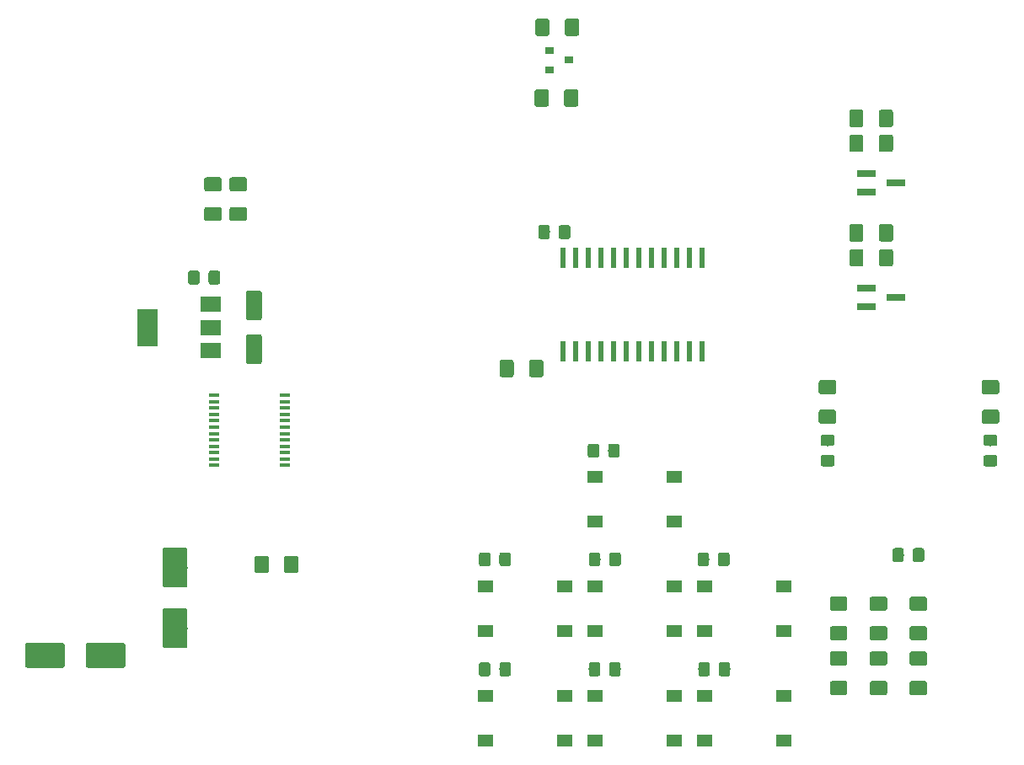
<source format=gbr>
G04 #@! TF.GenerationSoftware,KiCad,Pcbnew,5.0.2+dfsg1-1*
G04 #@! TF.CreationDate,2021-05-24T13:19:01+02:00*
G04 #@! TF.ProjectId,Reflow_Control,5265666c-6f77-45f4-936f-6e74726f6c2e,rev?*
G04 #@! TF.SameCoordinates,Original*
G04 #@! TF.FileFunction,Paste,Top*
G04 #@! TF.FilePolarity,Positive*
%FSLAX46Y46*%
G04 Gerber Fmt 4.6, Leading zero omitted, Abs format (unit mm)*
G04 Created by KiCad (PCBNEW 5.0.2+dfsg1-1) date Mon 24 May 2021 01:19:01 PM CEST*
%MOMM*%
%LPD*%
G01*
G04 APERTURE LIST*
%ADD10C,0.100000*%
%ADD11C,1.425000*%
%ADD12R,1.000000X0.400000*%
%ADD13R,1.550000X1.300000*%
%ADD14C,1.150000*%
%ADD15R,0.900000X0.800000*%
%ADD16R,2.000000X3.800000*%
%ADD17R,2.000000X1.500000*%
%ADD18R,0.600000X2.000000*%
%ADD19C,1.600000*%
%ADD20C,2.500000*%
%ADD21R,1.900000X0.800000*%
G04 APERTURE END LIST*
D10*
G04 #@! TO.C,R3*
G36*
X128503004Y-106695204D02*
X128527273Y-106698804D01*
X128551071Y-106704765D01*
X128574171Y-106713030D01*
X128596349Y-106723520D01*
X128617393Y-106736133D01*
X128637098Y-106750747D01*
X128655277Y-106767223D01*
X128671753Y-106785402D01*
X128686367Y-106805107D01*
X128698980Y-106826151D01*
X128709470Y-106848329D01*
X128717735Y-106871429D01*
X128723696Y-106895227D01*
X128727296Y-106919496D01*
X128728500Y-106944000D01*
X128728500Y-108194000D01*
X128727296Y-108218504D01*
X128723696Y-108242773D01*
X128717735Y-108266571D01*
X128709470Y-108289671D01*
X128698980Y-108311849D01*
X128686367Y-108332893D01*
X128671753Y-108352598D01*
X128655277Y-108370777D01*
X128637098Y-108387253D01*
X128617393Y-108401867D01*
X128596349Y-108414480D01*
X128574171Y-108424970D01*
X128551071Y-108433235D01*
X128527273Y-108439196D01*
X128503004Y-108442796D01*
X128478500Y-108444000D01*
X127553500Y-108444000D01*
X127528996Y-108442796D01*
X127504727Y-108439196D01*
X127480929Y-108433235D01*
X127457829Y-108424970D01*
X127435651Y-108414480D01*
X127414607Y-108401867D01*
X127394902Y-108387253D01*
X127376723Y-108370777D01*
X127360247Y-108352598D01*
X127345633Y-108332893D01*
X127333020Y-108311849D01*
X127322530Y-108289671D01*
X127314265Y-108266571D01*
X127308304Y-108242773D01*
X127304704Y-108218504D01*
X127303500Y-108194000D01*
X127303500Y-106944000D01*
X127304704Y-106919496D01*
X127308304Y-106895227D01*
X127314265Y-106871429D01*
X127322530Y-106848329D01*
X127333020Y-106826151D01*
X127345633Y-106805107D01*
X127360247Y-106785402D01*
X127376723Y-106767223D01*
X127394902Y-106750747D01*
X127414607Y-106736133D01*
X127435651Y-106723520D01*
X127457829Y-106713030D01*
X127480929Y-106704765D01*
X127504727Y-106698804D01*
X127528996Y-106695204D01*
X127553500Y-106694000D01*
X128478500Y-106694000D01*
X128503004Y-106695204D01*
X128503004Y-106695204D01*
G37*
D11*
X128016000Y-107569000D03*
D10*
G36*
X125528004Y-106695204D02*
X125552273Y-106698804D01*
X125576071Y-106704765D01*
X125599171Y-106713030D01*
X125621349Y-106723520D01*
X125642393Y-106736133D01*
X125662098Y-106750747D01*
X125680277Y-106767223D01*
X125696753Y-106785402D01*
X125711367Y-106805107D01*
X125723980Y-106826151D01*
X125734470Y-106848329D01*
X125742735Y-106871429D01*
X125748696Y-106895227D01*
X125752296Y-106919496D01*
X125753500Y-106944000D01*
X125753500Y-108194000D01*
X125752296Y-108218504D01*
X125748696Y-108242773D01*
X125742735Y-108266571D01*
X125734470Y-108289671D01*
X125723980Y-108311849D01*
X125711367Y-108332893D01*
X125696753Y-108352598D01*
X125680277Y-108370777D01*
X125662098Y-108387253D01*
X125642393Y-108401867D01*
X125621349Y-108414480D01*
X125599171Y-108424970D01*
X125576071Y-108433235D01*
X125552273Y-108439196D01*
X125528004Y-108442796D01*
X125503500Y-108444000D01*
X124578500Y-108444000D01*
X124553996Y-108442796D01*
X124529727Y-108439196D01*
X124505929Y-108433235D01*
X124482829Y-108424970D01*
X124460651Y-108414480D01*
X124439607Y-108401867D01*
X124419902Y-108387253D01*
X124401723Y-108370777D01*
X124385247Y-108352598D01*
X124370633Y-108332893D01*
X124358020Y-108311849D01*
X124347530Y-108289671D01*
X124339265Y-108266571D01*
X124333304Y-108242773D01*
X124329704Y-108218504D01*
X124328500Y-108194000D01*
X124328500Y-106944000D01*
X124329704Y-106919496D01*
X124333304Y-106895227D01*
X124339265Y-106871429D01*
X124347530Y-106848329D01*
X124358020Y-106826151D01*
X124370633Y-106805107D01*
X124385247Y-106785402D01*
X124401723Y-106767223D01*
X124419902Y-106750747D01*
X124439607Y-106736133D01*
X124460651Y-106723520D01*
X124482829Y-106713030D01*
X124505929Y-106704765D01*
X124529727Y-106698804D01*
X124553996Y-106695204D01*
X124578500Y-106694000D01*
X125503500Y-106694000D01*
X125528004Y-106695204D01*
X125528004Y-106695204D01*
G37*
D11*
X125041000Y-107569000D03*
G04 #@! TD*
D12*
G04 #@! TO.C,U6*
X120250000Y-93782000D03*
X120250000Y-94432000D03*
X120250000Y-93142000D03*
X120250000Y-92502000D03*
X120250000Y-91862000D03*
X120250000Y-91222000D03*
X120250000Y-90582000D03*
X120250000Y-95072000D03*
X120250000Y-95712000D03*
X120250000Y-96352000D03*
X120250000Y-96992000D03*
X120250000Y-97632000D03*
X127400000Y-93782000D03*
X127400000Y-93142000D03*
X127400000Y-92502000D03*
X127400000Y-91862000D03*
X127400000Y-91222000D03*
X127400000Y-90582000D03*
X127400000Y-94432000D03*
X127400000Y-95072000D03*
X127400000Y-95712000D03*
X127400000Y-96352000D03*
X127400000Y-96992000D03*
X127400000Y-97632000D03*
G04 #@! TD*
D13*
G04 #@! TO.C,SW1*
X158525000Y-98750000D03*
X166475000Y-98750000D03*
X158525000Y-103250000D03*
X166475000Y-103250000D03*
G04 #@! TD*
D10*
G04 #@! TO.C,C1*
G36*
X160768505Y-95440204D02*
X160792773Y-95443804D01*
X160816572Y-95449765D01*
X160839671Y-95458030D01*
X160861850Y-95468520D01*
X160882893Y-95481132D01*
X160902599Y-95495747D01*
X160920777Y-95512223D01*
X160937253Y-95530401D01*
X160951868Y-95550107D01*
X160964480Y-95571150D01*
X160974970Y-95593329D01*
X160983235Y-95616428D01*
X160989196Y-95640227D01*
X160992796Y-95664495D01*
X160994000Y-95688999D01*
X160994000Y-96589001D01*
X160992796Y-96613505D01*
X160989196Y-96637773D01*
X160983235Y-96661572D01*
X160974970Y-96684671D01*
X160964480Y-96706850D01*
X160951868Y-96727893D01*
X160937253Y-96747599D01*
X160920777Y-96765777D01*
X160902599Y-96782253D01*
X160882893Y-96796868D01*
X160861850Y-96809480D01*
X160839671Y-96819970D01*
X160816572Y-96828235D01*
X160792773Y-96834196D01*
X160768505Y-96837796D01*
X160744001Y-96839000D01*
X160093999Y-96839000D01*
X160069495Y-96837796D01*
X160045227Y-96834196D01*
X160021428Y-96828235D01*
X159998329Y-96819970D01*
X159976150Y-96809480D01*
X159955107Y-96796868D01*
X159935401Y-96782253D01*
X159917223Y-96765777D01*
X159900747Y-96747599D01*
X159886132Y-96727893D01*
X159873520Y-96706850D01*
X159863030Y-96684671D01*
X159854765Y-96661572D01*
X159848804Y-96637773D01*
X159845204Y-96613505D01*
X159844000Y-96589001D01*
X159844000Y-95688999D01*
X159845204Y-95664495D01*
X159848804Y-95640227D01*
X159854765Y-95616428D01*
X159863030Y-95593329D01*
X159873520Y-95571150D01*
X159886132Y-95550107D01*
X159900747Y-95530401D01*
X159917223Y-95512223D01*
X159935401Y-95495747D01*
X159955107Y-95481132D01*
X159976150Y-95468520D01*
X159998329Y-95458030D01*
X160021428Y-95449765D01*
X160045227Y-95443804D01*
X160069495Y-95440204D01*
X160093999Y-95439000D01*
X160744001Y-95439000D01*
X160768505Y-95440204D01*
X160768505Y-95440204D01*
G37*
D14*
X160419000Y-96139000D03*
D10*
G36*
X158718505Y-95440204D02*
X158742773Y-95443804D01*
X158766572Y-95449765D01*
X158789671Y-95458030D01*
X158811850Y-95468520D01*
X158832893Y-95481132D01*
X158852599Y-95495747D01*
X158870777Y-95512223D01*
X158887253Y-95530401D01*
X158901868Y-95550107D01*
X158914480Y-95571150D01*
X158924970Y-95593329D01*
X158933235Y-95616428D01*
X158939196Y-95640227D01*
X158942796Y-95664495D01*
X158944000Y-95688999D01*
X158944000Y-96589001D01*
X158942796Y-96613505D01*
X158939196Y-96637773D01*
X158933235Y-96661572D01*
X158924970Y-96684671D01*
X158914480Y-96706850D01*
X158901868Y-96727893D01*
X158887253Y-96747599D01*
X158870777Y-96765777D01*
X158852599Y-96782253D01*
X158832893Y-96796868D01*
X158811850Y-96809480D01*
X158789671Y-96819970D01*
X158766572Y-96828235D01*
X158742773Y-96834196D01*
X158718505Y-96837796D01*
X158694001Y-96839000D01*
X158043999Y-96839000D01*
X158019495Y-96837796D01*
X157995227Y-96834196D01*
X157971428Y-96828235D01*
X157948329Y-96819970D01*
X157926150Y-96809480D01*
X157905107Y-96796868D01*
X157885401Y-96782253D01*
X157867223Y-96765777D01*
X157850747Y-96747599D01*
X157836132Y-96727893D01*
X157823520Y-96706850D01*
X157813030Y-96684671D01*
X157804765Y-96661572D01*
X157798804Y-96637773D01*
X157795204Y-96613505D01*
X157794000Y-96589001D01*
X157794000Y-95688999D01*
X157795204Y-95664495D01*
X157798804Y-95640227D01*
X157804765Y-95616428D01*
X157813030Y-95593329D01*
X157823520Y-95571150D01*
X157836132Y-95550107D01*
X157850747Y-95530401D01*
X157867223Y-95512223D01*
X157885401Y-95495747D01*
X157905107Y-95481132D01*
X157926150Y-95468520D01*
X157948329Y-95458030D01*
X157971428Y-95449765D01*
X157995227Y-95443804D01*
X158019495Y-95440204D01*
X158043999Y-95439000D01*
X158694001Y-95439000D01*
X158718505Y-95440204D01*
X158718505Y-95440204D01*
G37*
D14*
X158369000Y-96139000D03*
G04 #@! TD*
D10*
G04 #@! TO.C,C2*
G36*
X153756505Y-73469204D02*
X153780773Y-73472804D01*
X153804572Y-73478765D01*
X153827671Y-73487030D01*
X153849850Y-73497520D01*
X153870893Y-73510132D01*
X153890599Y-73524747D01*
X153908777Y-73541223D01*
X153925253Y-73559401D01*
X153939868Y-73579107D01*
X153952480Y-73600150D01*
X153962970Y-73622329D01*
X153971235Y-73645428D01*
X153977196Y-73669227D01*
X153980796Y-73693495D01*
X153982000Y-73717999D01*
X153982000Y-74618001D01*
X153980796Y-74642505D01*
X153977196Y-74666773D01*
X153971235Y-74690572D01*
X153962970Y-74713671D01*
X153952480Y-74735850D01*
X153939868Y-74756893D01*
X153925253Y-74776599D01*
X153908777Y-74794777D01*
X153890599Y-74811253D01*
X153870893Y-74825868D01*
X153849850Y-74838480D01*
X153827671Y-74848970D01*
X153804572Y-74857235D01*
X153780773Y-74863196D01*
X153756505Y-74866796D01*
X153732001Y-74868000D01*
X153081999Y-74868000D01*
X153057495Y-74866796D01*
X153033227Y-74863196D01*
X153009428Y-74857235D01*
X152986329Y-74848970D01*
X152964150Y-74838480D01*
X152943107Y-74825868D01*
X152923401Y-74811253D01*
X152905223Y-74794777D01*
X152888747Y-74776599D01*
X152874132Y-74756893D01*
X152861520Y-74735850D01*
X152851030Y-74713671D01*
X152842765Y-74690572D01*
X152836804Y-74666773D01*
X152833204Y-74642505D01*
X152832000Y-74618001D01*
X152832000Y-73717999D01*
X152833204Y-73693495D01*
X152836804Y-73669227D01*
X152842765Y-73645428D01*
X152851030Y-73622329D01*
X152861520Y-73600150D01*
X152874132Y-73579107D01*
X152888747Y-73559401D01*
X152905223Y-73541223D01*
X152923401Y-73524747D01*
X152943107Y-73510132D01*
X152964150Y-73497520D01*
X152986329Y-73487030D01*
X153009428Y-73478765D01*
X153033227Y-73472804D01*
X153057495Y-73469204D01*
X153081999Y-73468000D01*
X153732001Y-73468000D01*
X153756505Y-73469204D01*
X153756505Y-73469204D01*
G37*
D14*
X153407000Y-74168000D03*
D10*
G36*
X155806505Y-73469204D02*
X155830773Y-73472804D01*
X155854572Y-73478765D01*
X155877671Y-73487030D01*
X155899850Y-73497520D01*
X155920893Y-73510132D01*
X155940599Y-73524747D01*
X155958777Y-73541223D01*
X155975253Y-73559401D01*
X155989868Y-73579107D01*
X156002480Y-73600150D01*
X156012970Y-73622329D01*
X156021235Y-73645428D01*
X156027196Y-73669227D01*
X156030796Y-73693495D01*
X156032000Y-73717999D01*
X156032000Y-74618001D01*
X156030796Y-74642505D01*
X156027196Y-74666773D01*
X156021235Y-74690572D01*
X156012970Y-74713671D01*
X156002480Y-74735850D01*
X155989868Y-74756893D01*
X155975253Y-74776599D01*
X155958777Y-74794777D01*
X155940599Y-74811253D01*
X155920893Y-74825868D01*
X155899850Y-74838480D01*
X155877671Y-74848970D01*
X155854572Y-74857235D01*
X155830773Y-74863196D01*
X155806505Y-74866796D01*
X155782001Y-74868000D01*
X155131999Y-74868000D01*
X155107495Y-74866796D01*
X155083227Y-74863196D01*
X155059428Y-74857235D01*
X155036329Y-74848970D01*
X155014150Y-74838480D01*
X154993107Y-74825868D01*
X154973401Y-74811253D01*
X154955223Y-74794777D01*
X154938747Y-74776599D01*
X154924132Y-74756893D01*
X154911520Y-74735850D01*
X154901030Y-74713671D01*
X154892765Y-74690572D01*
X154886804Y-74666773D01*
X154883204Y-74642505D01*
X154882000Y-74618001D01*
X154882000Y-73717999D01*
X154883204Y-73693495D01*
X154886804Y-73669227D01*
X154892765Y-73645428D01*
X154901030Y-73622329D01*
X154911520Y-73600150D01*
X154924132Y-73579107D01*
X154938747Y-73559401D01*
X154955223Y-73541223D01*
X154973401Y-73524747D01*
X154993107Y-73510132D01*
X155014150Y-73497520D01*
X155036329Y-73487030D01*
X155059428Y-73478765D01*
X155083227Y-73472804D01*
X155107495Y-73469204D01*
X155131999Y-73468000D01*
X155782001Y-73468000D01*
X155806505Y-73469204D01*
X155806505Y-73469204D01*
G37*
D14*
X155457000Y-74168000D03*
G04 #@! TD*
D10*
G04 #@! TO.C,C3*
G36*
X118574505Y-78041204D02*
X118598773Y-78044804D01*
X118622572Y-78050765D01*
X118645671Y-78059030D01*
X118667850Y-78069520D01*
X118688893Y-78082132D01*
X118708599Y-78096747D01*
X118726777Y-78113223D01*
X118743253Y-78131401D01*
X118757868Y-78151107D01*
X118770480Y-78172150D01*
X118780970Y-78194329D01*
X118789235Y-78217428D01*
X118795196Y-78241227D01*
X118798796Y-78265495D01*
X118800000Y-78289999D01*
X118800000Y-79190001D01*
X118798796Y-79214505D01*
X118795196Y-79238773D01*
X118789235Y-79262572D01*
X118780970Y-79285671D01*
X118770480Y-79307850D01*
X118757868Y-79328893D01*
X118743253Y-79348599D01*
X118726777Y-79366777D01*
X118708599Y-79383253D01*
X118688893Y-79397868D01*
X118667850Y-79410480D01*
X118645671Y-79420970D01*
X118622572Y-79429235D01*
X118598773Y-79435196D01*
X118574505Y-79438796D01*
X118550001Y-79440000D01*
X117899999Y-79440000D01*
X117875495Y-79438796D01*
X117851227Y-79435196D01*
X117827428Y-79429235D01*
X117804329Y-79420970D01*
X117782150Y-79410480D01*
X117761107Y-79397868D01*
X117741401Y-79383253D01*
X117723223Y-79366777D01*
X117706747Y-79348599D01*
X117692132Y-79328893D01*
X117679520Y-79307850D01*
X117669030Y-79285671D01*
X117660765Y-79262572D01*
X117654804Y-79238773D01*
X117651204Y-79214505D01*
X117650000Y-79190001D01*
X117650000Y-78289999D01*
X117651204Y-78265495D01*
X117654804Y-78241227D01*
X117660765Y-78217428D01*
X117669030Y-78194329D01*
X117679520Y-78172150D01*
X117692132Y-78151107D01*
X117706747Y-78131401D01*
X117723223Y-78113223D01*
X117741401Y-78096747D01*
X117761107Y-78082132D01*
X117782150Y-78069520D01*
X117804329Y-78059030D01*
X117827428Y-78050765D01*
X117851227Y-78044804D01*
X117875495Y-78041204D01*
X117899999Y-78040000D01*
X118550001Y-78040000D01*
X118574505Y-78041204D01*
X118574505Y-78041204D01*
G37*
D14*
X118225000Y-78740000D03*
D10*
G36*
X120624505Y-78041204D02*
X120648773Y-78044804D01*
X120672572Y-78050765D01*
X120695671Y-78059030D01*
X120717850Y-78069520D01*
X120738893Y-78082132D01*
X120758599Y-78096747D01*
X120776777Y-78113223D01*
X120793253Y-78131401D01*
X120807868Y-78151107D01*
X120820480Y-78172150D01*
X120830970Y-78194329D01*
X120839235Y-78217428D01*
X120845196Y-78241227D01*
X120848796Y-78265495D01*
X120850000Y-78289999D01*
X120850000Y-79190001D01*
X120848796Y-79214505D01*
X120845196Y-79238773D01*
X120839235Y-79262572D01*
X120830970Y-79285671D01*
X120820480Y-79307850D01*
X120807868Y-79328893D01*
X120793253Y-79348599D01*
X120776777Y-79366777D01*
X120758599Y-79383253D01*
X120738893Y-79397868D01*
X120717850Y-79410480D01*
X120695671Y-79420970D01*
X120672572Y-79429235D01*
X120648773Y-79435196D01*
X120624505Y-79438796D01*
X120600001Y-79440000D01*
X119949999Y-79440000D01*
X119925495Y-79438796D01*
X119901227Y-79435196D01*
X119877428Y-79429235D01*
X119854329Y-79420970D01*
X119832150Y-79410480D01*
X119811107Y-79397868D01*
X119791401Y-79383253D01*
X119773223Y-79366777D01*
X119756747Y-79348599D01*
X119742132Y-79328893D01*
X119729520Y-79307850D01*
X119719030Y-79285671D01*
X119710765Y-79262572D01*
X119704804Y-79238773D01*
X119701204Y-79214505D01*
X119700000Y-79190001D01*
X119700000Y-78289999D01*
X119701204Y-78265495D01*
X119704804Y-78241227D01*
X119710765Y-78217428D01*
X119719030Y-78194329D01*
X119729520Y-78172150D01*
X119742132Y-78151107D01*
X119756747Y-78131401D01*
X119773223Y-78113223D01*
X119791401Y-78096747D01*
X119811107Y-78082132D01*
X119832150Y-78069520D01*
X119854329Y-78059030D01*
X119877428Y-78050765D01*
X119901227Y-78044804D01*
X119925495Y-78041204D01*
X119949999Y-78040000D01*
X120600001Y-78040000D01*
X120624505Y-78041204D01*
X120624505Y-78041204D01*
G37*
D14*
X120275000Y-78740000D03*
G04 #@! TD*
D10*
G04 #@! TO.C,C5*
G36*
X160877505Y-117411204D02*
X160901773Y-117414804D01*
X160925572Y-117420765D01*
X160948671Y-117429030D01*
X160970850Y-117439520D01*
X160991893Y-117452132D01*
X161011599Y-117466747D01*
X161029777Y-117483223D01*
X161046253Y-117501401D01*
X161060868Y-117521107D01*
X161073480Y-117542150D01*
X161083970Y-117564329D01*
X161092235Y-117587428D01*
X161098196Y-117611227D01*
X161101796Y-117635495D01*
X161103000Y-117659999D01*
X161103000Y-118560001D01*
X161101796Y-118584505D01*
X161098196Y-118608773D01*
X161092235Y-118632572D01*
X161083970Y-118655671D01*
X161073480Y-118677850D01*
X161060868Y-118698893D01*
X161046253Y-118718599D01*
X161029777Y-118736777D01*
X161011599Y-118753253D01*
X160991893Y-118767868D01*
X160970850Y-118780480D01*
X160948671Y-118790970D01*
X160925572Y-118799235D01*
X160901773Y-118805196D01*
X160877505Y-118808796D01*
X160853001Y-118810000D01*
X160202999Y-118810000D01*
X160178495Y-118808796D01*
X160154227Y-118805196D01*
X160130428Y-118799235D01*
X160107329Y-118790970D01*
X160085150Y-118780480D01*
X160064107Y-118767868D01*
X160044401Y-118753253D01*
X160026223Y-118736777D01*
X160009747Y-118718599D01*
X159995132Y-118698893D01*
X159982520Y-118677850D01*
X159972030Y-118655671D01*
X159963765Y-118632572D01*
X159957804Y-118608773D01*
X159954204Y-118584505D01*
X159953000Y-118560001D01*
X159953000Y-117659999D01*
X159954204Y-117635495D01*
X159957804Y-117611227D01*
X159963765Y-117587428D01*
X159972030Y-117564329D01*
X159982520Y-117542150D01*
X159995132Y-117521107D01*
X160009747Y-117501401D01*
X160026223Y-117483223D01*
X160044401Y-117466747D01*
X160064107Y-117452132D01*
X160085150Y-117439520D01*
X160107329Y-117429030D01*
X160130428Y-117420765D01*
X160154227Y-117414804D01*
X160178495Y-117411204D01*
X160202999Y-117410000D01*
X160853001Y-117410000D01*
X160877505Y-117411204D01*
X160877505Y-117411204D01*
G37*
D14*
X160528000Y-118110000D03*
D10*
G36*
X158827505Y-117411204D02*
X158851773Y-117414804D01*
X158875572Y-117420765D01*
X158898671Y-117429030D01*
X158920850Y-117439520D01*
X158941893Y-117452132D01*
X158961599Y-117466747D01*
X158979777Y-117483223D01*
X158996253Y-117501401D01*
X159010868Y-117521107D01*
X159023480Y-117542150D01*
X159033970Y-117564329D01*
X159042235Y-117587428D01*
X159048196Y-117611227D01*
X159051796Y-117635495D01*
X159053000Y-117659999D01*
X159053000Y-118560001D01*
X159051796Y-118584505D01*
X159048196Y-118608773D01*
X159042235Y-118632572D01*
X159033970Y-118655671D01*
X159023480Y-118677850D01*
X159010868Y-118698893D01*
X158996253Y-118718599D01*
X158979777Y-118736777D01*
X158961599Y-118753253D01*
X158941893Y-118767868D01*
X158920850Y-118780480D01*
X158898671Y-118790970D01*
X158875572Y-118799235D01*
X158851773Y-118805196D01*
X158827505Y-118808796D01*
X158803001Y-118810000D01*
X158152999Y-118810000D01*
X158128495Y-118808796D01*
X158104227Y-118805196D01*
X158080428Y-118799235D01*
X158057329Y-118790970D01*
X158035150Y-118780480D01*
X158014107Y-118767868D01*
X157994401Y-118753253D01*
X157976223Y-118736777D01*
X157959747Y-118718599D01*
X157945132Y-118698893D01*
X157932520Y-118677850D01*
X157922030Y-118655671D01*
X157913765Y-118632572D01*
X157907804Y-118608773D01*
X157904204Y-118584505D01*
X157903000Y-118560001D01*
X157903000Y-117659999D01*
X157904204Y-117635495D01*
X157907804Y-117611227D01*
X157913765Y-117587428D01*
X157922030Y-117564329D01*
X157932520Y-117542150D01*
X157945132Y-117521107D01*
X157959747Y-117501401D01*
X157976223Y-117483223D01*
X157994401Y-117466747D01*
X158014107Y-117452132D01*
X158035150Y-117439520D01*
X158057329Y-117429030D01*
X158080428Y-117420765D01*
X158104227Y-117414804D01*
X158128495Y-117411204D01*
X158152999Y-117410000D01*
X158803001Y-117410000D01*
X158827505Y-117411204D01*
X158827505Y-117411204D01*
G37*
D14*
X158478000Y-118110000D03*
G04 #@! TD*
D10*
G04 #@! TO.C,C6*
G36*
X149837505Y-106362204D02*
X149861773Y-106365804D01*
X149885572Y-106371765D01*
X149908671Y-106380030D01*
X149930850Y-106390520D01*
X149951893Y-106403132D01*
X149971599Y-106417747D01*
X149989777Y-106434223D01*
X150006253Y-106452401D01*
X150020868Y-106472107D01*
X150033480Y-106493150D01*
X150043970Y-106515329D01*
X150052235Y-106538428D01*
X150058196Y-106562227D01*
X150061796Y-106586495D01*
X150063000Y-106610999D01*
X150063000Y-107511001D01*
X150061796Y-107535505D01*
X150058196Y-107559773D01*
X150052235Y-107583572D01*
X150043970Y-107606671D01*
X150033480Y-107628850D01*
X150020868Y-107649893D01*
X150006253Y-107669599D01*
X149989777Y-107687777D01*
X149971599Y-107704253D01*
X149951893Y-107718868D01*
X149930850Y-107731480D01*
X149908671Y-107741970D01*
X149885572Y-107750235D01*
X149861773Y-107756196D01*
X149837505Y-107759796D01*
X149813001Y-107761000D01*
X149162999Y-107761000D01*
X149138495Y-107759796D01*
X149114227Y-107756196D01*
X149090428Y-107750235D01*
X149067329Y-107741970D01*
X149045150Y-107731480D01*
X149024107Y-107718868D01*
X149004401Y-107704253D01*
X148986223Y-107687777D01*
X148969747Y-107669599D01*
X148955132Y-107649893D01*
X148942520Y-107628850D01*
X148932030Y-107606671D01*
X148923765Y-107583572D01*
X148917804Y-107559773D01*
X148914204Y-107535505D01*
X148913000Y-107511001D01*
X148913000Y-106610999D01*
X148914204Y-106586495D01*
X148917804Y-106562227D01*
X148923765Y-106538428D01*
X148932030Y-106515329D01*
X148942520Y-106493150D01*
X148955132Y-106472107D01*
X148969747Y-106452401D01*
X148986223Y-106434223D01*
X149004401Y-106417747D01*
X149024107Y-106403132D01*
X149045150Y-106390520D01*
X149067329Y-106380030D01*
X149090428Y-106371765D01*
X149114227Y-106365804D01*
X149138495Y-106362204D01*
X149162999Y-106361000D01*
X149813001Y-106361000D01*
X149837505Y-106362204D01*
X149837505Y-106362204D01*
G37*
D14*
X149488000Y-107061000D03*
D10*
G36*
X147787505Y-106362204D02*
X147811773Y-106365804D01*
X147835572Y-106371765D01*
X147858671Y-106380030D01*
X147880850Y-106390520D01*
X147901893Y-106403132D01*
X147921599Y-106417747D01*
X147939777Y-106434223D01*
X147956253Y-106452401D01*
X147970868Y-106472107D01*
X147983480Y-106493150D01*
X147993970Y-106515329D01*
X148002235Y-106538428D01*
X148008196Y-106562227D01*
X148011796Y-106586495D01*
X148013000Y-106610999D01*
X148013000Y-107511001D01*
X148011796Y-107535505D01*
X148008196Y-107559773D01*
X148002235Y-107583572D01*
X147993970Y-107606671D01*
X147983480Y-107628850D01*
X147970868Y-107649893D01*
X147956253Y-107669599D01*
X147939777Y-107687777D01*
X147921599Y-107704253D01*
X147901893Y-107718868D01*
X147880850Y-107731480D01*
X147858671Y-107741970D01*
X147835572Y-107750235D01*
X147811773Y-107756196D01*
X147787505Y-107759796D01*
X147763001Y-107761000D01*
X147112999Y-107761000D01*
X147088495Y-107759796D01*
X147064227Y-107756196D01*
X147040428Y-107750235D01*
X147017329Y-107741970D01*
X146995150Y-107731480D01*
X146974107Y-107718868D01*
X146954401Y-107704253D01*
X146936223Y-107687777D01*
X146919747Y-107669599D01*
X146905132Y-107649893D01*
X146892520Y-107628850D01*
X146882030Y-107606671D01*
X146873765Y-107583572D01*
X146867804Y-107559773D01*
X146864204Y-107535505D01*
X146863000Y-107511001D01*
X146863000Y-106610999D01*
X146864204Y-106586495D01*
X146867804Y-106562227D01*
X146873765Y-106538428D01*
X146882030Y-106515329D01*
X146892520Y-106493150D01*
X146905132Y-106472107D01*
X146919747Y-106452401D01*
X146936223Y-106434223D01*
X146954401Y-106417747D01*
X146974107Y-106403132D01*
X146995150Y-106390520D01*
X147017329Y-106380030D01*
X147040428Y-106371765D01*
X147064227Y-106365804D01*
X147088495Y-106362204D01*
X147112999Y-106361000D01*
X147763001Y-106361000D01*
X147787505Y-106362204D01*
X147787505Y-106362204D01*
G37*
D14*
X147438000Y-107061000D03*
G04 #@! TD*
D10*
G04 #@! TO.C,C7*
G36*
X158836505Y-106362204D02*
X158860773Y-106365804D01*
X158884572Y-106371765D01*
X158907671Y-106380030D01*
X158929850Y-106390520D01*
X158950893Y-106403132D01*
X158970599Y-106417747D01*
X158988777Y-106434223D01*
X159005253Y-106452401D01*
X159019868Y-106472107D01*
X159032480Y-106493150D01*
X159042970Y-106515329D01*
X159051235Y-106538428D01*
X159057196Y-106562227D01*
X159060796Y-106586495D01*
X159062000Y-106610999D01*
X159062000Y-107511001D01*
X159060796Y-107535505D01*
X159057196Y-107559773D01*
X159051235Y-107583572D01*
X159042970Y-107606671D01*
X159032480Y-107628850D01*
X159019868Y-107649893D01*
X159005253Y-107669599D01*
X158988777Y-107687777D01*
X158970599Y-107704253D01*
X158950893Y-107718868D01*
X158929850Y-107731480D01*
X158907671Y-107741970D01*
X158884572Y-107750235D01*
X158860773Y-107756196D01*
X158836505Y-107759796D01*
X158812001Y-107761000D01*
X158161999Y-107761000D01*
X158137495Y-107759796D01*
X158113227Y-107756196D01*
X158089428Y-107750235D01*
X158066329Y-107741970D01*
X158044150Y-107731480D01*
X158023107Y-107718868D01*
X158003401Y-107704253D01*
X157985223Y-107687777D01*
X157968747Y-107669599D01*
X157954132Y-107649893D01*
X157941520Y-107628850D01*
X157931030Y-107606671D01*
X157922765Y-107583572D01*
X157916804Y-107559773D01*
X157913204Y-107535505D01*
X157912000Y-107511001D01*
X157912000Y-106610999D01*
X157913204Y-106586495D01*
X157916804Y-106562227D01*
X157922765Y-106538428D01*
X157931030Y-106515329D01*
X157941520Y-106493150D01*
X157954132Y-106472107D01*
X157968747Y-106452401D01*
X157985223Y-106434223D01*
X158003401Y-106417747D01*
X158023107Y-106403132D01*
X158044150Y-106390520D01*
X158066329Y-106380030D01*
X158089428Y-106371765D01*
X158113227Y-106365804D01*
X158137495Y-106362204D01*
X158161999Y-106361000D01*
X158812001Y-106361000D01*
X158836505Y-106362204D01*
X158836505Y-106362204D01*
G37*
D14*
X158487000Y-107061000D03*
D10*
G36*
X160886505Y-106362204D02*
X160910773Y-106365804D01*
X160934572Y-106371765D01*
X160957671Y-106380030D01*
X160979850Y-106390520D01*
X161000893Y-106403132D01*
X161020599Y-106417747D01*
X161038777Y-106434223D01*
X161055253Y-106452401D01*
X161069868Y-106472107D01*
X161082480Y-106493150D01*
X161092970Y-106515329D01*
X161101235Y-106538428D01*
X161107196Y-106562227D01*
X161110796Y-106586495D01*
X161112000Y-106610999D01*
X161112000Y-107511001D01*
X161110796Y-107535505D01*
X161107196Y-107559773D01*
X161101235Y-107583572D01*
X161092970Y-107606671D01*
X161082480Y-107628850D01*
X161069868Y-107649893D01*
X161055253Y-107669599D01*
X161038777Y-107687777D01*
X161020599Y-107704253D01*
X161000893Y-107718868D01*
X160979850Y-107731480D01*
X160957671Y-107741970D01*
X160934572Y-107750235D01*
X160910773Y-107756196D01*
X160886505Y-107759796D01*
X160862001Y-107761000D01*
X160211999Y-107761000D01*
X160187495Y-107759796D01*
X160163227Y-107756196D01*
X160139428Y-107750235D01*
X160116329Y-107741970D01*
X160094150Y-107731480D01*
X160073107Y-107718868D01*
X160053401Y-107704253D01*
X160035223Y-107687777D01*
X160018747Y-107669599D01*
X160004132Y-107649893D01*
X159991520Y-107628850D01*
X159981030Y-107606671D01*
X159972765Y-107583572D01*
X159966804Y-107559773D01*
X159963204Y-107535505D01*
X159962000Y-107511001D01*
X159962000Y-106610999D01*
X159963204Y-106586495D01*
X159966804Y-106562227D01*
X159972765Y-106538428D01*
X159981030Y-106515329D01*
X159991520Y-106493150D01*
X160004132Y-106472107D01*
X160018747Y-106452401D01*
X160035223Y-106434223D01*
X160053401Y-106417747D01*
X160073107Y-106403132D01*
X160094150Y-106390520D01*
X160116329Y-106380030D01*
X160139428Y-106371765D01*
X160163227Y-106365804D01*
X160187495Y-106362204D01*
X160211999Y-106361000D01*
X160862001Y-106361000D01*
X160886505Y-106362204D01*
X160886505Y-106362204D01*
G37*
D14*
X160537000Y-107061000D03*
G04 #@! TD*
D10*
G04 #@! TO.C,C8*
G36*
X189324505Y-105926204D02*
X189348773Y-105929804D01*
X189372572Y-105935765D01*
X189395671Y-105944030D01*
X189417850Y-105954520D01*
X189438893Y-105967132D01*
X189458599Y-105981747D01*
X189476777Y-105998223D01*
X189493253Y-106016401D01*
X189507868Y-106036107D01*
X189520480Y-106057150D01*
X189530970Y-106079329D01*
X189539235Y-106102428D01*
X189545196Y-106126227D01*
X189548796Y-106150495D01*
X189550000Y-106174999D01*
X189550000Y-107075001D01*
X189548796Y-107099505D01*
X189545196Y-107123773D01*
X189539235Y-107147572D01*
X189530970Y-107170671D01*
X189520480Y-107192850D01*
X189507868Y-107213893D01*
X189493253Y-107233599D01*
X189476777Y-107251777D01*
X189458599Y-107268253D01*
X189438893Y-107282868D01*
X189417850Y-107295480D01*
X189395671Y-107305970D01*
X189372572Y-107314235D01*
X189348773Y-107320196D01*
X189324505Y-107323796D01*
X189300001Y-107325000D01*
X188649999Y-107325000D01*
X188625495Y-107323796D01*
X188601227Y-107320196D01*
X188577428Y-107314235D01*
X188554329Y-107305970D01*
X188532150Y-107295480D01*
X188511107Y-107282868D01*
X188491401Y-107268253D01*
X188473223Y-107251777D01*
X188456747Y-107233599D01*
X188442132Y-107213893D01*
X188429520Y-107192850D01*
X188419030Y-107170671D01*
X188410765Y-107147572D01*
X188404804Y-107123773D01*
X188401204Y-107099505D01*
X188400000Y-107075001D01*
X188400000Y-106174999D01*
X188401204Y-106150495D01*
X188404804Y-106126227D01*
X188410765Y-106102428D01*
X188419030Y-106079329D01*
X188429520Y-106057150D01*
X188442132Y-106036107D01*
X188456747Y-106016401D01*
X188473223Y-105998223D01*
X188491401Y-105981747D01*
X188511107Y-105967132D01*
X188532150Y-105954520D01*
X188554329Y-105944030D01*
X188577428Y-105935765D01*
X188601227Y-105929804D01*
X188625495Y-105926204D01*
X188649999Y-105925000D01*
X189300001Y-105925000D01*
X189324505Y-105926204D01*
X189324505Y-105926204D01*
G37*
D14*
X188975000Y-106625000D03*
D10*
G36*
X191374505Y-105926204D02*
X191398773Y-105929804D01*
X191422572Y-105935765D01*
X191445671Y-105944030D01*
X191467850Y-105954520D01*
X191488893Y-105967132D01*
X191508599Y-105981747D01*
X191526777Y-105998223D01*
X191543253Y-106016401D01*
X191557868Y-106036107D01*
X191570480Y-106057150D01*
X191580970Y-106079329D01*
X191589235Y-106102428D01*
X191595196Y-106126227D01*
X191598796Y-106150495D01*
X191600000Y-106174999D01*
X191600000Y-107075001D01*
X191598796Y-107099505D01*
X191595196Y-107123773D01*
X191589235Y-107147572D01*
X191580970Y-107170671D01*
X191570480Y-107192850D01*
X191557868Y-107213893D01*
X191543253Y-107233599D01*
X191526777Y-107251777D01*
X191508599Y-107268253D01*
X191488893Y-107282868D01*
X191467850Y-107295480D01*
X191445671Y-107305970D01*
X191422572Y-107314235D01*
X191398773Y-107320196D01*
X191374505Y-107323796D01*
X191350001Y-107325000D01*
X190699999Y-107325000D01*
X190675495Y-107323796D01*
X190651227Y-107320196D01*
X190627428Y-107314235D01*
X190604329Y-107305970D01*
X190582150Y-107295480D01*
X190561107Y-107282868D01*
X190541401Y-107268253D01*
X190523223Y-107251777D01*
X190506747Y-107233599D01*
X190492132Y-107213893D01*
X190479520Y-107192850D01*
X190469030Y-107170671D01*
X190460765Y-107147572D01*
X190454804Y-107123773D01*
X190451204Y-107099505D01*
X190450000Y-107075001D01*
X190450000Y-106174999D01*
X190451204Y-106150495D01*
X190454804Y-106126227D01*
X190460765Y-106102428D01*
X190469030Y-106079329D01*
X190479520Y-106057150D01*
X190492132Y-106036107D01*
X190506747Y-106016401D01*
X190523223Y-105998223D01*
X190541401Y-105981747D01*
X190561107Y-105967132D01*
X190582150Y-105954520D01*
X190604329Y-105944030D01*
X190627428Y-105935765D01*
X190651227Y-105929804D01*
X190675495Y-105926204D01*
X190699999Y-105925000D01*
X191350001Y-105925000D01*
X191374505Y-105926204D01*
X191374505Y-105926204D01*
G37*
D14*
X191025000Y-106625000D03*
G04 #@! TD*
D10*
G04 #@! TO.C,C9*
G36*
X198724505Y-96576204D02*
X198748773Y-96579804D01*
X198772572Y-96585765D01*
X198795671Y-96594030D01*
X198817850Y-96604520D01*
X198838893Y-96617132D01*
X198858599Y-96631747D01*
X198876777Y-96648223D01*
X198893253Y-96666401D01*
X198907868Y-96686107D01*
X198920480Y-96707150D01*
X198930970Y-96729329D01*
X198939235Y-96752428D01*
X198945196Y-96776227D01*
X198948796Y-96800495D01*
X198950000Y-96824999D01*
X198950000Y-97475001D01*
X198948796Y-97499505D01*
X198945196Y-97523773D01*
X198939235Y-97547572D01*
X198930970Y-97570671D01*
X198920480Y-97592850D01*
X198907868Y-97613893D01*
X198893253Y-97633599D01*
X198876777Y-97651777D01*
X198858599Y-97668253D01*
X198838893Y-97682868D01*
X198817850Y-97695480D01*
X198795671Y-97705970D01*
X198772572Y-97714235D01*
X198748773Y-97720196D01*
X198724505Y-97723796D01*
X198700001Y-97725000D01*
X197799999Y-97725000D01*
X197775495Y-97723796D01*
X197751227Y-97720196D01*
X197727428Y-97714235D01*
X197704329Y-97705970D01*
X197682150Y-97695480D01*
X197661107Y-97682868D01*
X197641401Y-97668253D01*
X197623223Y-97651777D01*
X197606747Y-97633599D01*
X197592132Y-97613893D01*
X197579520Y-97592850D01*
X197569030Y-97570671D01*
X197560765Y-97547572D01*
X197554804Y-97523773D01*
X197551204Y-97499505D01*
X197550000Y-97475001D01*
X197550000Y-96824999D01*
X197551204Y-96800495D01*
X197554804Y-96776227D01*
X197560765Y-96752428D01*
X197569030Y-96729329D01*
X197579520Y-96707150D01*
X197592132Y-96686107D01*
X197606747Y-96666401D01*
X197623223Y-96648223D01*
X197641401Y-96631747D01*
X197661107Y-96617132D01*
X197682150Y-96604520D01*
X197704329Y-96594030D01*
X197727428Y-96585765D01*
X197751227Y-96579804D01*
X197775495Y-96576204D01*
X197799999Y-96575000D01*
X198700001Y-96575000D01*
X198724505Y-96576204D01*
X198724505Y-96576204D01*
G37*
D14*
X198250000Y-97150000D03*
D10*
G36*
X198724505Y-94526204D02*
X198748773Y-94529804D01*
X198772572Y-94535765D01*
X198795671Y-94544030D01*
X198817850Y-94554520D01*
X198838893Y-94567132D01*
X198858599Y-94581747D01*
X198876777Y-94598223D01*
X198893253Y-94616401D01*
X198907868Y-94636107D01*
X198920480Y-94657150D01*
X198930970Y-94679329D01*
X198939235Y-94702428D01*
X198945196Y-94726227D01*
X198948796Y-94750495D01*
X198950000Y-94774999D01*
X198950000Y-95425001D01*
X198948796Y-95449505D01*
X198945196Y-95473773D01*
X198939235Y-95497572D01*
X198930970Y-95520671D01*
X198920480Y-95542850D01*
X198907868Y-95563893D01*
X198893253Y-95583599D01*
X198876777Y-95601777D01*
X198858599Y-95618253D01*
X198838893Y-95632868D01*
X198817850Y-95645480D01*
X198795671Y-95655970D01*
X198772572Y-95664235D01*
X198748773Y-95670196D01*
X198724505Y-95673796D01*
X198700001Y-95675000D01*
X197799999Y-95675000D01*
X197775495Y-95673796D01*
X197751227Y-95670196D01*
X197727428Y-95664235D01*
X197704329Y-95655970D01*
X197682150Y-95645480D01*
X197661107Y-95632868D01*
X197641401Y-95618253D01*
X197623223Y-95601777D01*
X197606747Y-95583599D01*
X197592132Y-95563893D01*
X197579520Y-95542850D01*
X197569030Y-95520671D01*
X197560765Y-95497572D01*
X197554804Y-95473773D01*
X197551204Y-95449505D01*
X197550000Y-95425001D01*
X197550000Y-94774999D01*
X197551204Y-94750495D01*
X197554804Y-94726227D01*
X197560765Y-94702428D01*
X197569030Y-94679329D01*
X197579520Y-94657150D01*
X197592132Y-94636107D01*
X197606747Y-94616401D01*
X197623223Y-94598223D01*
X197641401Y-94581747D01*
X197661107Y-94567132D01*
X197682150Y-94554520D01*
X197704329Y-94544030D01*
X197727428Y-94535765D01*
X197751227Y-94529804D01*
X197775495Y-94526204D01*
X197799999Y-94525000D01*
X198700001Y-94525000D01*
X198724505Y-94526204D01*
X198724505Y-94526204D01*
G37*
D14*
X198250000Y-95100000D03*
G04 #@! TD*
D10*
G04 #@! TO.C,C10*
G36*
X182349505Y-94526204D02*
X182373773Y-94529804D01*
X182397572Y-94535765D01*
X182420671Y-94544030D01*
X182442850Y-94554520D01*
X182463893Y-94567132D01*
X182483599Y-94581747D01*
X182501777Y-94598223D01*
X182518253Y-94616401D01*
X182532868Y-94636107D01*
X182545480Y-94657150D01*
X182555970Y-94679329D01*
X182564235Y-94702428D01*
X182570196Y-94726227D01*
X182573796Y-94750495D01*
X182575000Y-94774999D01*
X182575000Y-95425001D01*
X182573796Y-95449505D01*
X182570196Y-95473773D01*
X182564235Y-95497572D01*
X182555970Y-95520671D01*
X182545480Y-95542850D01*
X182532868Y-95563893D01*
X182518253Y-95583599D01*
X182501777Y-95601777D01*
X182483599Y-95618253D01*
X182463893Y-95632868D01*
X182442850Y-95645480D01*
X182420671Y-95655970D01*
X182397572Y-95664235D01*
X182373773Y-95670196D01*
X182349505Y-95673796D01*
X182325001Y-95675000D01*
X181424999Y-95675000D01*
X181400495Y-95673796D01*
X181376227Y-95670196D01*
X181352428Y-95664235D01*
X181329329Y-95655970D01*
X181307150Y-95645480D01*
X181286107Y-95632868D01*
X181266401Y-95618253D01*
X181248223Y-95601777D01*
X181231747Y-95583599D01*
X181217132Y-95563893D01*
X181204520Y-95542850D01*
X181194030Y-95520671D01*
X181185765Y-95497572D01*
X181179804Y-95473773D01*
X181176204Y-95449505D01*
X181175000Y-95425001D01*
X181175000Y-94774999D01*
X181176204Y-94750495D01*
X181179804Y-94726227D01*
X181185765Y-94702428D01*
X181194030Y-94679329D01*
X181204520Y-94657150D01*
X181217132Y-94636107D01*
X181231747Y-94616401D01*
X181248223Y-94598223D01*
X181266401Y-94581747D01*
X181286107Y-94567132D01*
X181307150Y-94554520D01*
X181329329Y-94544030D01*
X181352428Y-94535765D01*
X181376227Y-94529804D01*
X181400495Y-94526204D01*
X181424999Y-94525000D01*
X182325001Y-94525000D01*
X182349505Y-94526204D01*
X182349505Y-94526204D01*
G37*
D14*
X181875000Y-95100000D03*
D10*
G36*
X182349505Y-96576204D02*
X182373773Y-96579804D01*
X182397572Y-96585765D01*
X182420671Y-96594030D01*
X182442850Y-96604520D01*
X182463893Y-96617132D01*
X182483599Y-96631747D01*
X182501777Y-96648223D01*
X182518253Y-96666401D01*
X182532868Y-96686107D01*
X182545480Y-96707150D01*
X182555970Y-96729329D01*
X182564235Y-96752428D01*
X182570196Y-96776227D01*
X182573796Y-96800495D01*
X182575000Y-96824999D01*
X182575000Y-97475001D01*
X182573796Y-97499505D01*
X182570196Y-97523773D01*
X182564235Y-97547572D01*
X182555970Y-97570671D01*
X182545480Y-97592850D01*
X182532868Y-97613893D01*
X182518253Y-97633599D01*
X182501777Y-97651777D01*
X182483599Y-97668253D01*
X182463893Y-97682868D01*
X182442850Y-97695480D01*
X182420671Y-97705970D01*
X182397572Y-97714235D01*
X182373773Y-97720196D01*
X182349505Y-97723796D01*
X182325001Y-97725000D01*
X181424999Y-97725000D01*
X181400495Y-97723796D01*
X181376227Y-97720196D01*
X181352428Y-97714235D01*
X181329329Y-97705970D01*
X181307150Y-97695480D01*
X181286107Y-97682868D01*
X181266401Y-97668253D01*
X181248223Y-97651777D01*
X181231747Y-97633599D01*
X181217132Y-97613893D01*
X181204520Y-97592850D01*
X181194030Y-97570671D01*
X181185765Y-97547572D01*
X181179804Y-97523773D01*
X181176204Y-97499505D01*
X181175000Y-97475001D01*
X181175000Y-96824999D01*
X181176204Y-96800495D01*
X181179804Y-96776227D01*
X181185765Y-96752428D01*
X181194030Y-96729329D01*
X181204520Y-96707150D01*
X181217132Y-96686107D01*
X181231747Y-96666401D01*
X181248223Y-96648223D01*
X181266401Y-96631747D01*
X181286107Y-96617132D01*
X181307150Y-96604520D01*
X181329329Y-96594030D01*
X181352428Y-96585765D01*
X181376227Y-96579804D01*
X181400495Y-96576204D01*
X181424999Y-96575000D01*
X182325001Y-96575000D01*
X182349505Y-96576204D01*
X182349505Y-96576204D01*
G37*
D14*
X181875000Y-97150000D03*
G04 #@! TD*
D10*
G04 #@! TO.C,C11*
G36*
X169758505Y-106362204D02*
X169782773Y-106365804D01*
X169806572Y-106371765D01*
X169829671Y-106380030D01*
X169851850Y-106390520D01*
X169872893Y-106403132D01*
X169892599Y-106417747D01*
X169910777Y-106434223D01*
X169927253Y-106452401D01*
X169941868Y-106472107D01*
X169954480Y-106493150D01*
X169964970Y-106515329D01*
X169973235Y-106538428D01*
X169979196Y-106562227D01*
X169982796Y-106586495D01*
X169984000Y-106610999D01*
X169984000Y-107511001D01*
X169982796Y-107535505D01*
X169979196Y-107559773D01*
X169973235Y-107583572D01*
X169964970Y-107606671D01*
X169954480Y-107628850D01*
X169941868Y-107649893D01*
X169927253Y-107669599D01*
X169910777Y-107687777D01*
X169892599Y-107704253D01*
X169872893Y-107718868D01*
X169851850Y-107731480D01*
X169829671Y-107741970D01*
X169806572Y-107750235D01*
X169782773Y-107756196D01*
X169758505Y-107759796D01*
X169734001Y-107761000D01*
X169083999Y-107761000D01*
X169059495Y-107759796D01*
X169035227Y-107756196D01*
X169011428Y-107750235D01*
X168988329Y-107741970D01*
X168966150Y-107731480D01*
X168945107Y-107718868D01*
X168925401Y-107704253D01*
X168907223Y-107687777D01*
X168890747Y-107669599D01*
X168876132Y-107649893D01*
X168863520Y-107628850D01*
X168853030Y-107606671D01*
X168844765Y-107583572D01*
X168838804Y-107559773D01*
X168835204Y-107535505D01*
X168834000Y-107511001D01*
X168834000Y-106610999D01*
X168835204Y-106586495D01*
X168838804Y-106562227D01*
X168844765Y-106538428D01*
X168853030Y-106515329D01*
X168863520Y-106493150D01*
X168876132Y-106472107D01*
X168890747Y-106452401D01*
X168907223Y-106434223D01*
X168925401Y-106417747D01*
X168945107Y-106403132D01*
X168966150Y-106390520D01*
X168988329Y-106380030D01*
X169011428Y-106371765D01*
X169035227Y-106365804D01*
X169059495Y-106362204D01*
X169083999Y-106361000D01*
X169734001Y-106361000D01*
X169758505Y-106362204D01*
X169758505Y-106362204D01*
G37*
D14*
X169409000Y-107061000D03*
D10*
G36*
X171808505Y-106362204D02*
X171832773Y-106365804D01*
X171856572Y-106371765D01*
X171879671Y-106380030D01*
X171901850Y-106390520D01*
X171922893Y-106403132D01*
X171942599Y-106417747D01*
X171960777Y-106434223D01*
X171977253Y-106452401D01*
X171991868Y-106472107D01*
X172004480Y-106493150D01*
X172014970Y-106515329D01*
X172023235Y-106538428D01*
X172029196Y-106562227D01*
X172032796Y-106586495D01*
X172034000Y-106610999D01*
X172034000Y-107511001D01*
X172032796Y-107535505D01*
X172029196Y-107559773D01*
X172023235Y-107583572D01*
X172014970Y-107606671D01*
X172004480Y-107628850D01*
X171991868Y-107649893D01*
X171977253Y-107669599D01*
X171960777Y-107687777D01*
X171942599Y-107704253D01*
X171922893Y-107718868D01*
X171901850Y-107731480D01*
X171879671Y-107741970D01*
X171856572Y-107750235D01*
X171832773Y-107756196D01*
X171808505Y-107759796D01*
X171784001Y-107761000D01*
X171133999Y-107761000D01*
X171109495Y-107759796D01*
X171085227Y-107756196D01*
X171061428Y-107750235D01*
X171038329Y-107741970D01*
X171016150Y-107731480D01*
X170995107Y-107718868D01*
X170975401Y-107704253D01*
X170957223Y-107687777D01*
X170940747Y-107669599D01*
X170926132Y-107649893D01*
X170913520Y-107628850D01*
X170903030Y-107606671D01*
X170894765Y-107583572D01*
X170888804Y-107559773D01*
X170885204Y-107535505D01*
X170884000Y-107511001D01*
X170884000Y-106610999D01*
X170885204Y-106586495D01*
X170888804Y-106562227D01*
X170894765Y-106538428D01*
X170903030Y-106515329D01*
X170913520Y-106493150D01*
X170926132Y-106472107D01*
X170940747Y-106452401D01*
X170957223Y-106434223D01*
X170975401Y-106417747D01*
X170995107Y-106403132D01*
X171016150Y-106390520D01*
X171038329Y-106380030D01*
X171061428Y-106371765D01*
X171085227Y-106365804D01*
X171109495Y-106362204D01*
X171133999Y-106361000D01*
X171784001Y-106361000D01*
X171808505Y-106362204D01*
X171808505Y-106362204D01*
G37*
D14*
X171459000Y-107061000D03*
G04 #@! TD*
D10*
G04 #@! TO.C,C12*
G36*
X147796505Y-117411204D02*
X147820773Y-117414804D01*
X147844572Y-117420765D01*
X147867671Y-117429030D01*
X147889850Y-117439520D01*
X147910893Y-117452132D01*
X147930599Y-117466747D01*
X147948777Y-117483223D01*
X147965253Y-117501401D01*
X147979868Y-117521107D01*
X147992480Y-117542150D01*
X148002970Y-117564329D01*
X148011235Y-117587428D01*
X148017196Y-117611227D01*
X148020796Y-117635495D01*
X148022000Y-117659999D01*
X148022000Y-118560001D01*
X148020796Y-118584505D01*
X148017196Y-118608773D01*
X148011235Y-118632572D01*
X148002970Y-118655671D01*
X147992480Y-118677850D01*
X147979868Y-118698893D01*
X147965253Y-118718599D01*
X147948777Y-118736777D01*
X147930599Y-118753253D01*
X147910893Y-118767868D01*
X147889850Y-118780480D01*
X147867671Y-118790970D01*
X147844572Y-118799235D01*
X147820773Y-118805196D01*
X147796505Y-118808796D01*
X147772001Y-118810000D01*
X147121999Y-118810000D01*
X147097495Y-118808796D01*
X147073227Y-118805196D01*
X147049428Y-118799235D01*
X147026329Y-118790970D01*
X147004150Y-118780480D01*
X146983107Y-118767868D01*
X146963401Y-118753253D01*
X146945223Y-118736777D01*
X146928747Y-118718599D01*
X146914132Y-118698893D01*
X146901520Y-118677850D01*
X146891030Y-118655671D01*
X146882765Y-118632572D01*
X146876804Y-118608773D01*
X146873204Y-118584505D01*
X146872000Y-118560001D01*
X146872000Y-117659999D01*
X146873204Y-117635495D01*
X146876804Y-117611227D01*
X146882765Y-117587428D01*
X146891030Y-117564329D01*
X146901520Y-117542150D01*
X146914132Y-117521107D01*
X146928747Y-117501401D01*
X146945223Y-117483223D01*
X146963401Y-117466747D01*
X146983107Y-117452132D01*
X147004150Y-117439520D01*
X147026329Y-117429030D01*
X147049428Y-117420765D01*
X147073227Y-117414804D01*
X147097495Y-117411204D01*
X147121999Y-117410000D01*
X147772001Y-117410000D01*
X147796505Y-117411204D01*
X147796505Y-117411204D01*
G37*
D14*
X147447000Y-118110000D03*
D10*
G36*
X149846505Y-117411204D02*
X149870773Y-117414804D01*
X149894572Y-117420765D01*
X149917671Y-117429030D01*
X149939850Y-117439520D01*
X149960893Y-117452132D01*
X149980599Y-117466747D01*
X149998777Y-117483223D01*
X150015253Y-117501401D01*
X150029868Y-117521107D01*
X150042480Y-117542150D01*
X150052970Y-117564329D01*
X150061235Y-117587428D01*
X150067196Y-117611227D01*
X150070796Y-117635495D01*
X150072000Y-117659999D01*
X150072000Y-118560001D01*
X150070796Y-118584505D01*
X150067196Y-118608773D01*
X150061235Y-118632572D01*
X150052970Y-118655671D01*
X150042480Y-118677850D01*
X150029868Y-118698893D01*
X150015253Y-118718599D01*
X149998777Y-118736777D01*
X149980599Y-118753253D01*
X149960893Y-118767868D01*
X149939850Y-118780480D01*
X149917671Y-118790970D01*
X149894572Y-118799235D01*
X149870773Y-118805196D01*
X149846505Y-118808796D01*
X149822001Y-118810000D01*
X149171999Y-118810000D01*
X149147495Y-118808796D01*
X149123227Y-118805196D01*
X149099428Y-118799235D01*
X149076329Y-118790970D01*
X149054150Y-118780480D01*
X149033107Y-118767868D01*
X149013401Y-118753253D01*
X148995223Y-118736777D01*
X148978747Y-118718599D01*
X148964132Y-118698893D01*
X148951520Y-118677850D01*
X148941030Y-118655671D01*
X148932765Y-118632572D01*
X148926804Y-118608773D01*
X148923204Y-118584505D01*
X148922000Y-118560001D01*
X148922000Y-117659999D01*
X148923204Y-117635495D01*
X148926804Y-117611227D01*
X148932765Y-117587428D01*
X148941030Y-117564329D01*
X148951520Y-117542150D01*
X148964132Y-117521107D01*
X148978747Y-117501401D01*
X148995223Y-117483223D01*
X149013401Y-117466747D01*
X149033107Y-117452132D01*
X149054150Y-117439520D01*
X149076329Y-117429030D01*
X149099428Y-117420765D01*
X149123227Y-117414804D01*
X149147495Y-117411204D01*
X149171999Y-117410000D01*
X149822001Y-117410000D01*
X149846505Y-117411204D01*
X149846505Y-117411204D01*
G37*
D14*
X149497000Y-118110000D03*
G04 #@! TD*
D10*
G04 #@! TO.C,C13*
G36*
X171874505Y-117411204D02*
X171898773Y-117414804D01*
X171922572Y-117420765D01*
X171945671Y-117429030D01*
X171967850Y-117439520D01*
X171988893Y-117452132D01*
X172008599Y-117466747D01*
X172026777Y-117483223D01*
X172043253Y-117501401D01*
X172057868Y-117521107D01*
X172070480Y-117542150D01*
X172080970Y-117564329D01*
X172089235Y-117587428D01*
X172095196Y-117611227D01*
X172098796Y-117635495D01*
X172100000Y-117659999D01*
X172100000Y-118560001D01*
X172098796Y-118584505D01*
X172095196Y-118608773D01*
X172089235Y-118632572D01*
X172080970Y-118655671D01*
X172070480Y-118677850D01*
X172057868Y-118698893D01*
X172043253Y-118718599D01*
X172026777Y-118736777D01*
X172008599Y-118753253D01*
X171988893Y-118767868D01*
X171967850Y-118780480D01*
X171945671Y-118790970D01*
X171922572Y-118799235D01*
X171898773Y-118805196D01*
X171874505Y-118808796D01*
X171850001Y-118810000D01*
X171199999Y-118810000D01*
X171175495Y-118808796D01*
X171151227Y-118805196D01*
X171127428Y-118799235D01*
X171104329Y-118790970D01*
X171082150Y-118780480D01*
X171061107Y-118767868D01*
X171041401Y-118753253D01*
X171023223Y-118736777D01*
X171006747Y-118718599D01*
X170992132Y-118698893D01*
X170979520Y-118677850D01*
X170969030Y-118655671D01*
X170960765Y-118632572D01*
X170954804Y-118608773D01*
X170951204Y-118584505D01*
X170950000Y-118560001D01*
X170950000Y-117659999D01*
X170951204Y-117635495D01*
X170954804Y-117611227D01*
X170960765Y-117587428D01*
X170969030Y-117564329D01*
X170979520Y-117542150D01*
X170992132Y-117521107D01*
X171006747Y-117501401D01*
X171023223Y-117483223D01*
X171041401Y-117466747D01*
X171061107Y-117452132D01*
X171082150Y-117439520D01*
X171104329Y-117429030D01*
X171127428Y-117420765D01*
X171151227Y-117414804D01*
X171175495Y-117411204D01*
X171199999Y-117410000D01*
X171850001Y-117410000D01*
X171874505Y-117411204D01*
X171874505Y-117411204D01*
G37*
D14*
X171525000Y-118110000D03*
D10*
G36*
X169824505Y-117411204D02*
X169848773Y-117414804D01*
X169872572Y-117420765D01*
X169895671Y-117429030D01*
X169917850Y-117439520D01*
X169938893Y-117452132D01*
X169958599Y-117466747D01*
X169976777Y-117483223D01*
X169993253Y-117501401D01*
X170007868Y-117521107D01*
X170020480Y-117542150D01*
X170030970Y-117564329D01*
X170039235Y-117587428D01*
X170045196Y-117611227D01*
X170048796Y-117635495D01*
X170050000Y-117659999D01*
X170050000Y-118560001D01*
X170048796Y-118584505D01*
X170045196Y-118608773D01*
X170039235Y-118632572D01*
X170030970Y-118655671D01*
X170020480Y-118677850D01*
X170007868Y-118698893D01*
X169993253Y-118718599D01*
X169976777Y-118736777D01*
X169958599Y-118753253D01*
X169938893Y-118767868D01*
X169917850Y-118780480D01*
X169895671Y-118790970D01*
X169872572Y-118799235D01*
X169848773Y-118805196D01*
X169824505Y-118808796D01*
X169800001Y-118810000D01*
X169149999Y-118810000D01*
X169125495Y-118808796D01*
X169101227Y-118805196D01*
X169077428Y-118799235D01*
X169054329Y-118790970D01*
X169032150Y-118780480D01*
X169011107Y-118767868D01*
X168991401Y-118753253D01*
X168973223Y-118736777D01*
X168956747Y-118718599D01*
X168942132Y-118698893D01*
X168929520Y-118677850D01*
X168919030Y-118655671D01*
X168910765Y-118632572D01*
X168904804Y-118608773D01*
X168901204Y-118584505D01*
X168900000Y-118560001D01*
X168900000Y-117659999D01*
X168901204Y-117635495D01*
X168904804Y-117611227D01*
X168910765Y-117587428D01*
X168919030Y-117564329D01*
X168929520Y-117542150D01*
X168942132Y-117521107D01*
X168956747Y-117501401D01*
X168973223Y-117483223D01*
X168991401Y-117466747D01*
X169011107Y-117452132D01*
X169032150Y-117439520D01*
X169054329Y-117429030D01*
X169077428Y-117420765D01*
X169101227Y-117414804D01*
X169125495Y-117411204D01*
X169149999Y-117410000D01*
X169800001Y-117410000D01*
X169824505Y-117411204D01*
X169824505Y-117411204D01*
G37*
D14*
X169475000Y-118110000D03*
G04 #@! TD*
D10*
G04 #@! TO.C,D1*
G36*
X191649504Y-110801204D02*
X191673773Y-110804804D01*
X191697571Y-110810765D01*
X191720671Y-110819030D01*
X191742849Y-110829520D01*
X191763893Y-110842133D01*
X191783598Y-110856747D01*
X191801777Y-110873223D01*
X191818253Y-110891402D01*
X191832867Y-110911107D01*
X191845480Y-110932151D01*
X191855970Y-110954329D01*
X191864235Y-110977429D01*
X191870196Y-111001227D01*
X191873796Y-111025496D01*
X191875000Y-111050000D01*
X191875000Y-111975000D01*
X191873796Y-111999504D01*
X191870196Y-112023773D01*
X191864235Y-112047571D01*
X191855970Y-112070671D01*
X191845480Y-112092849D01*
X191832867Y-112113893D01*
X191818253Y-112133598D01*
X191801777Y-112151777D01*
X191783598Y-112168253D01*
X191763893Y-112182867D01*
X191742849Y-112195480D01*
X191720671Y-112205970D01*
X191697571Y-112214235D01*
X191673773Y-112220196D01*
X191649504Y-112223796D01*
X191625000Y-112225000D01*
X190375000Y-112225000D01*
X190350496Y-112223796D01*
X190326227Y-112220196D01*
X190302429Y-112214235D01*
X190279329Y-112205970D01*
X190257151Y-112195480D01*
X190236107Y-112182867D01*
X190216402Y-112168253D01*
X190198223Y-112151777D01*
X190181747Y-112133598D01*
X190167133Y-112113893D01*
X190154520Y-112092849D01*
X190144030Y-112070671D01*
X190135765Y-112047571D01*
X190129804Y-112023773D01*
X190126204Y-111999504D01*
X190125000Y-111975000D01*
X190125000Y-111050000D01*
X190126204Y-111025496D01*
X190129804Y-111001227D01*
X190135765Y-110977429D01*
X190144030Y-110954329D01*
X190154520Y-110932151D01*
X190167133Y-110911107D01*
X190181747Y-110891402D01*
X190198223Y-110873223D01*
X190216402Y-110856747D01*
X190236107Y-110842133D01*
X190257151Y-110829520D01*
X190279329Y-110819030D01*
X190302429Y-110810765D01*
X190326227Y-110804804D01*
X190350496Y-110801204D01*
X190375000Y-110800000D01*
X191625000Y-110800000D01*
X191649504Y-110801204D01*
X191649504Y-110801204D01*
G37*
D11*
X191000000Y-111512500D03*
D10*
G36*
X191649504Y-113776204D02*
X191673773Y-113779804D01*
X191697571Y-113785765D01*
X191720671Y-113794030D01*
X191742849Y-113804520D01*
X191763893Y-113817133D01*
X191783598Y-113831747D01*
X191801777Y-113848223D01*
X191818253Y-113866402D01*
X191832867Y-113886107D01*
X191845480Y-113907151D01*
X191855970Y-113929329D01*
X191864235Y-113952429D01*
X191870196Y-113976227D01*
X191873796Y-114000496D01*
X191875000Y-114025000D01*
X191875000Y-114950000D01*
X191873796Y-114974504D01*
X191870196Y-114998773D01*
X191864235Y-115022571D01*
X191855970Y-115045671D01*
X191845480Y-115067849D01*
X191832867Y-115088893D01*
X191818253Y-115108598D01*
X191801777Y-115126777D01*
X191783598Y-115143253D01*
X191763893Y-115157867D01*
X191742849Y-115170480D01*
X191720671Y-115180970D01*
X191697571Y-115189235D01*
X191673773Y-115195196D01*
X191649504Y-115198796D01*
X191625000Y-115200000D01*
X190375000Y-115200000D01*
X190350496Y-115198796D01*
X190326227Y-115195196D01*
X190302429Y-115189235D01*
X190279329Y-115180970D01*
X190257151Y-115170480D01*
X190236107Y-115157867D01*
X190216402Y-115143253D01*
X190198223Y-115126777D01*
X190181747Y-115108598D01*
X190167133Y-115088893D01*
X190154520Y-115067849D01*
X190144030Y-115045671D01*
X190135765Y-115022571D01*
X190129804Y-114998773D01*
X190126204Y-114974504D01*
X190125000Y-114950000D01*
X190125000Y-114025000D01*
X190126204Y-114000496D01*
X190129804Y-113976227D01*
X190135765Y-113952429D01*
X190144030Y-113929329D01*
X190154520Y-113907151D01*
X190167133Y-113886107D01*
X190181747Y-113866402D01*
X190198223Y-113848223D01*
X190216402Y-113831747D01*
X190236107Y-113817133D01*
X190257151Y-113804520D01*
X190279329Y-113794030D01*
X190302429Y-113785765D01*
X190326227Y-113779804D01*
X190350496Y-113776204D01*
X190375000Y-113775000D01*
X191625000Y-113775000D01*
X191649504Y-113776204D01*
X191649504Y-113776204D01*
G37*
D11*
X191000000Y-114487500D03*
G04 #@! TD*
D10*
G04 #@! TO.C,D2*
G36*
X187649504Y-113776204D02*
X187673773Y-113779804D01*
X187697571Y-113785765D01*
X187720671Y-113794030D01*
X187742849Y-113804520D01*
X187763893Y-113817133D01*
X187783598Y-113831747D01*
X187801777Y-113848223D01*
X187818253Y-113866402D01*
X187832867Y-113886107D01*
X187845480Y-113907151D01*
X187855970Y-113929329D01*
X187864235Y-113952429D01*
X187870196Y-113976227D01*
X187873796Y-114000496D01*
X187875000Y-114025000D01*
X187875000Y-114950000D01*
X187873796Y-114974504D01*
X187870196Y-114998773D01*
X187864235Y-115022571D01*
X187855970Y-115045671D01*
X187845480Y-115067849D01*
X187832867Y-115088893D01*
X187818253Y-115108598D01*
X187801777Y-115126777D01*
X187783598Y-115143253D01*
X187763893Y-115157867D01*
X187742849Y-115170480D01*
X187720671Y-115180970D01*
X187697571Y-115189235D01*
X187673773Y-115195196D01*
X187649504Y-115198796D01*
X187625000Y-115200000D01*
X186375000Y-115200000D01*
X186350496Y-115198796D01*
X186326227Y-115195196D01*
X186302429Y-115189235D01*
X186279329Y-115180970D01*
X186257151Y-115170480D01*
X186236107Y-115157867D01*
X186216402Y-115143253D01*
X186198223Y-115126777D01*
X186181747Y-115108598D01*
X186167133Y-115088893D01*
X186154520Y-115067849D01*
X186144030Y-115045671D01*
X186135765Y-115022571D01*
X186129804Y-114998773D01*
X186126204Y-114974504D01*
X186125000Y-114950000D01*
X186125000Y-114025000D01*
X186126204Y-114000496D01*
X186129804Y-113976227D01*
X186135765Y-113952429D01*
X186144030Y-113929329D01*
X186154520Y-113907151D01*
X186167133Y-113886107D01*
X186181747Y-113866402D01*
X186198223Y-113848223D01*
X186216402Y-113831747D01*
X186236107Y-113817133D01*
X186257151Y-113804520D01*
X186279329Y-113794030D01*
X186302429Y-113785765D01*
X186326227Y-113779804D01*
X186350496Y-113776204D01*
X186375000Y-113775000D01*
X187625000Y-113775000D01*
X187649504Y-113776204D01*
X187649504Y-113776204D01*
G37*
D11*
X187000000Y-114487500D03*
D10*
G36*
X187649504Y-110801204D02*
X187673773Y-110804804D01*
X187697571Y-110810765D01*
X187720671Y-110819030D01*
X187742849Y-110829520D01*
X187763893Y-110842133D01*
X187783598Y-110856747D01*
X187801777Y-110873223D01*
X187818253Y-110891402D01*
X187832867Y-110911107D01*
X187845480Y-110932151D01*
X187855970Y-110954329D01*
X187864235Y-110977429D01*
X187870196Y-111001227D01*
X187873796Y-111025496D01*
X187875000Y-111050000D01*
X187875000Y-111975000D01*
X187873796Y-111999504D01*
X187870196Y-112023773D01*
X187864235Y-112047571D01*
X187855970Y-112070671D01*
X187845480Y-112092849D01*
X187832867Y-112113893D01*
X187818253Y-112133598D01*
X187801777Y-112151777D01*
X187783598Y-112168253D01*
X187763893Y-112182867D01*
X187742849Y-112195480D01*
X187720671Y-112205970D01*
X187697571Y-112214235D01*
X187673773Y-112220196D01*
X187649504Y-112223796D01*
X187625000Y-112225000D01*
X186375000Y-112225000D01*
X186350496Y-112223796D01*
X186326227Y-112220196D01*
X186302429Y-112214235D01*
X186279329Y-112205970D01*
X186257151Y-112195480D01*
X186236107Y-112182867D01*
X186216402Y-112168253D01*
X186198223Y-112151777D01*
X186181747Y-112133598D01*
X186167133Y-112113893D01*
X186154520Y-112092849D01*
X186144030Y-112070671D01*
X186135765Y-112047571D01*
X186129804Y-112023773D01*
X186126204Y-111999504D01*
X186125000Y-111975000D01*
X186125000Y-111050000D01*
X186126204Y-111025496D01*
X186129804Y-111001227D01*
X186135765Y-110977429D01*
X186144030Y-110954329D01*
X186154520Y-110932151D01*
X186167133Y-110911107D01*
X186181747Y-110891402D01*
X186198223Y-110873223D01*
X186216402Y-110856747D01*
X186236107Y-110842133D01*
X186257151Y-110829520D01*
X186279329Y-110819030D01*
X186302429Y-110810765D01*
X186326227Y-110804804D01*
X186350496Y-110801204D01*
X186375000Y-110800000D01*
X187625000Y-110800000D01*
X187649504Y-110801204D01*
X187649504Y-110801204D01*
G37*
D11*
X187000000Y-111512500D03*
G04 #@! TD*
D10*
G04 #@! TO.C,D3*
G36*
X183649504Y-110801204D02*
X183673773Y-110804804D01*
X183697571Y-110810765D01*
X183720671Y-110819030D01*
X183742849Y-110829520D01*
X183763893Y-110842133D01*
X183783598Y-110856747D01*
X183801777Y-110873223D01*
X183818253Y-110891402D01*
X183832867Y-110911107D01*
X183845480Y-110932151D01*
X183855970Y-110954329D01*
X183864235Y-110977429D01*
X183870196Y-111001227D01*
X183873796Y-111025496D01*
X183875000Y-111050000D01*
X183875000Y-111975000D01*
X183873796Y-111999504D01*
X183870196Y-112023773D01*
X183864235Y-112047571D01*
X183855970Y-112070671D01*
X183845480Y-112092849D01*
X183832867Y-112113893D01*
X183818253Y-112133598D01*
X183801777Y-112151777D01*
X183783598Y-112168253D01*
X183763893Y-112182867D01*
X183742849Y-112195480D01*
X183720671Y-112205970D01*
X183697571Y-112214235D01*
X183673773Y-112220196D01*
X183649504Y-112223796D01*
X183625000Y-112225000D01*
X182375000Y-112225000D01*
X182350496Y-112223796D01*
X182326227Y-112220196D01*
X182302429Y-112214235D01*
X182279329Y-112205970D01*
X182257151Y-112195480D01*
X182236107Y-112182867D01*
X182216402Y-112168253D01*
X182198223Y-112151777D01*
X182181747Y-112133598D01*
X182167133Y-112113893D01*
X182154520Y-112092849D01*
X182144030Y-112070671D01*
X182135765Y-112047571D01*
X182129804Y-112023773D01*
X182126204Y-111999504D01*
X182125000Y-111975000D01*
X182125000Y-111050000D01*
X182126204Y-111025496D01*
X182129804Y-111001227D01*
X182135765Y-110977429D01*
X182144030Y-110954329D01*
X182154520Y-110932151D01*
X182167133Y-110911107D01*
X182181747Y-110891402D01*
X182198223Y-110873223D01*
X182216402Y-110856747D01*
X182236107Y-110842133D01*
X182257151Y-110829520D01*
X182279329Y-110819030D01*
X182302429Y-110810765D01*
X182326227Y-110804804D01*
X182350496Y-110801204D01*
X182375000Y-110800000D01*
X183625000Y-110800000D01*
X183649504Y-110801204D01*
X183649504Y-110801204D01*
G37*
D11*
X183000000Y-111512500D03*
D10*
G36*
X183649504Y-113776204D02*
X183673773Y-113779804D01*
X183697571Y-113785765D01*
X183720671Y-113794030D01*
X183742849Y-113804520D01*
X183763893Y-113817133D01*
X183783598Y-113831747D01*
X183801777Y-113848223D01*
X183818253Y-113866402D01*
X183832867Y-113886107D01*
X183845480Y-113907151D01*
X183855970Y-113929329D01*
X183864235Y-113952429D01*
X183870196Y-113976227D01*
X183873796Y-114000496D01*
X183875000Y-114025000D01*
X183875000Y-114950000D01*
X183873796Y-114974504D01*
X183870196Y-114998773D01*
X183864235Y-115022571D01*
X183855970Y-115045671D01*
X183845480Y-115067849D01*
X183832867Y-115088893D01*
X183818253Y-115108598D01*
X183801777Y-115126777D01*
X183783598Y-115143253D01*
X183763893Y-115157867D01*
X183742849Y-115170480D01*
X183720671Y-115180970D01*
X183697571Y-115189235D01*
X183673773Y-115195196D01*
X183649504Y-115198796D01*
X183625000Y-115200000D01*
X182375000Y-115200000D01*
X182350496Y-115198796D01*
X182326227Y-115195196D01*
X182302429Y-115189235D01*
X182279329Y-115180970D01*
X182257151Y-115170480D01*
X182236107Y-115157867D01*
X182216402Y-115143253D01*
X182198223Y-115126777D01*
X182181747Y-115108598D01*
X182167133Y-115088893D01*
X182154520Y-115067849D01*
X182144030Y-115045671D01*
X182135765Y-115022571D01*
X182129804Y-114998773D01*
X182126204Y-114974504D01*
X182125000Y-114950000D01*
X182125000Y-114025000D01*
X182126204Y-114000496D01*
X182129804Y-113976227D01*
X182135765Y-113952429D01*
X182144030Y-113929329D01*
X182154520Y-113907151D01*
X182167133Y-113886107D01*
X182181747Y-113866402D01*
X182198223Y-113848223D01*
X182216402Y-113831747D01*
X182236107Y-113817133D01*
X182257151Y-113804520D01*
X182279329Y-113794030D01*
X182302429Y-113785765D01*
X182326227Y-113779804D01*
X182350496Y-113776204D01*
X182375000Y-113775000D01*
X183625000Y-113775000D01*
X183649504Y-113776204D01*
X183649504Y-113776204D01*
G37*
D11*
X183000000Y-114487500D03*
G04 #@! TD*
D10*
G04 #@! TO.C,D4*
G36*
X188237004Y-64376204D02*
X188261273Y-64379804D01*
X188285071Y-64385765D01*
X188308171Y-64394030D01*
X188330349Y-64404520D01*
X188351393Y-64417133D01*
X188371098Y-64431747D01*
X188389277Y-64448223D01*
X188405753Y-64466402D01*
X188420367Y-64486107D01*
X188432980Y-64507151D01*
X188443470Y-64529329D01*
X188451735Y-64552429D01*
X188457696Y-64576227D01*
X188461296Y-64600496D01*
X188462500Y-64625000D01*
X188462500Y-65875000D01*
X188461296Y-65899504D01*
X188457696Y-65923773D01*
X188451735Y-65947571D01*
X188443470Y-65970671D01*
X188432980Y-65992849D01*
X188420367Y-66013893D01*
X188405753Y-66033598D01*
X188389277Y-66051777D01*
X188371098Y-66068253D01*
X188351393Y-66082867D01*
X188330349Y-66095480D01*
X188308171Y-66105970D01*
X188285071Y-66114235D01*
X188261273Y-66120196D01*
X188237004Y-66123796D01*
X188212500Y-66125000D01*
X187287500Y-66125000D01*
X187262996Y-66123796D01*
X187238727Y-66120196D01*
X187214929Y-66114235D01*
X187191829Y-66105970D01*
X187169651Y-66095480D01*
X187148607Y-66082867D01*
X187128902Y-66068253D01*
X187110723Y-66051777D01*
X187094247Y-66033598D01*
X187079633Y-66013893D01*
X187067020Y-65992849D01*
X187056530Y-65970671D01*
X187048265Y-65947571D01*
X187042304Y-65923773D01*
X187038704Y-65899504D01*
X187037500Y-65875000D01*
X187037500Y-64625000D01*
X187038704Y-64600496D01*
X187042304Y-64576227D01*
X187048265Y-64552429D01*
X187056530Y-64529329D01*
X187067020Y-64507151D01*
X187079633Y-64486107D01*
X187094247Y-64466402D01*
X187110723Y-64448223D01*
X187128902Y-64431747D01*
X187148607Y-64417133D01*
X187169651Y-64404520D01*
X187191829Y-64394030D01*
X187214929Y-64385765D01*
X187238727Y-64379804D01*
X187262996Y-64376204D01*
X187287500Y-64375000D01*
X188212500Y-64375000D01*
X188237004Y-64376204D01*
X188237004Y-64376204D01*
G37*
D11*
X187750000Y-65250000D03*
D10*
G36*
X185262004Y-64376204D02*
X185286273Y-64379804D01*
X185310071Y-64385765D01*
X185333171Y-64394030D01*
X185355349Y-64404520D01*
X185376393Y-64417133D01*
X185396098Y-64431747D01*
X185414277Y-64448223D01*
X185430753Y-64466402D01*
X185445367Y-64486107D01*
X185457980Y-64507151D01*
X185468470Y-64529329D01*
X185476735Y-64552429D01*
X185482696Y-64576227D01*
X185486296Y-64600496D01*
X185487500Y-64625000D01*
X185487500Y-65875000D01*
X185486296Y-65899504D01*
X185482696Y-65923773D01*
X185476735Y-65947571D01*
X185468470Y-65970671D01*
X185457980Y-65992849D01*
X185445367Y-66013893D01*
X185430753Y-66033598D01*
X185414277Y-66051777D01*
X185396098Y-66068253D01*
X185376393Y-66082867D01*
X185355349Y-66095480D01*
X185333171Y-66105970D01*
X185310071Y-66114235D01*
X185286273Y-66120196D01*
X185262004Y-66123796D01*
X185237500Y-66125000D01*
X184312500Y-66125000D01*
X184287996Y-66123796D01*
X184263727Y-66120196D01*
X184239929Y-66114235D01*
X184216829Y-66105970D01*
X184194651Y-66095480D01*
X184173607Y-66082867D01*
X184153902Y-66068253D01*
X184135723Y-66051777D01*
X184119247Y-66033598D01*
X184104633Y-66013893D01*
X184092020Y-65992849D01*
X184081530Y-65970671D01*
X184073265Y-65947571D01*
X184067304Y-65923773D01*
X184063704Y-65899504D01*
X184062500Y-65875000D01*
X184062500Y-64625000D01*
X184063704Y-64600496D01*
X184067304Y-64576227D01*
X184073265Y-64552429D01*
X184081530Y-64529329D01*
X184092020Y-64507151D01*
X184104633Y-64486107D01*
X184119247Y-64466402D01*
X184135723Y-64448223D01*
X184153902Y-64431747D01*
X184173607Y-64417133D01*
X184194651Y-64404520D01*
X184216829Y-64394030D01*
X184239929Y-64385765D01*
X184263727Y-64379804D01*
X184287996Y-64376204D01*
X184312500Y-64375000D01*
X185237500Y-64375000D01*
X185262004Y-64376204D01*
X185262004Y-64376204D01*
G37*
D11*
X184775000Y-65250000D03*
G04 #@! TD*
D10*
G04 #@! TO.C,D5*
G36*
X188237004Y-75876204D02*
X188261273Y-75879804D01*
X188285071Y-75885765D01*
X188308171Y-75894030D01*
X188330349Y-75904520D01*
X188351393Y-75917133D01*
X188371098Y-75931747D01*
X188389277Y-75948223D01*
X188405753Y-75966402D01*
X188420367Y-75986107D01*
X188432980Y-76007151D01*
X188443470Y-76029329D01*
X188451735Y-76052429D01*
X188457696Y-76076227D01*
X188461296Y-76100496D01*
X188462500Y-76125000D01*
X188462500Y-77375000D01*
X188461296Y-77399504D01*
X188457696Y-77423773D01*
X188451735Y-77447571D01*
X188443470Y-77470671D01*
X188432980Y-77492849D01*
X188420367Y-77513893D01*
X188405753Y-77533598D01*
X188389277Y-77551777D01*
X188371098Y-77568253D01*
X188351393Y-77582867D01*
X188330349Y-77595480D01*
X188308171Y-77605970D01*
X188285071Y-77614235D01*
X188261273Y-77620196D01*
X188237004Y-77623796D01*
X188212500Y-77625000D01*
X187287500Y-77625000D01*
X187262996Y-77623796D01*
X187238727Y-77620196D01*
X187214929Y-77614235D01*
X187191829Y-77605970D01*
X187169651Y-77595480D01*
X187148607Y-77582867D01*
X187128902Y-77568253D01*
X187110723Y-77551777D01*
X187094247Y-77533598D01*
X187079633Y-77513893D01*
X187067020Y-77492849D01*
X187056530Y-77470671D01*
X187048265Y-77447571D01*
X187042304Y-77423773D01*
X187038704Y-77399504D01*
X187037500Y-77375000D01*
X187037500Y-76125000D01*
X187038704Y-76100496D01*
X187042304Y-76076227D01*
X187048265Y-76052429D01*
X187056530Y-76029329D01*
X187067020Y-76007151D01*
X187079633Y-75986107D01*
X187094247Y-75966402D01*
X187110723Y-75948223D01*
X187128902Y-75931747D01*
X187148607Y-75917133D01*
X187169651Y-75904520D01*
X187191829Y-75894030D01*
X187214929Y-75885765D01*
X187238727Y-75879804D01*
X187262996Y-75876204D01*
X187287500Y-75875000D01*
X188212500Y-75875000D01*
X188237004Y-75876204D01*
X188237004Y-75876204D01*
G37*
D11*
X187750000Y-76750000D03*
D10*
G36*
X185262004Y-75876204D02*
X185286273Y-75879804D01*
X185310071Y-75885765D01*
X185333171Y-75894030D01*
X185355349Y-75904520D01*
X185376393Y-75917133D01*
X185396098Y-75931747D01*
X185414277Y-75948223D01*
X185430753Y-75966402D01*
X185445367Y-75986107D01*
X185457980Y-76007151D01*
X185468470Y-76029329D01*
X185476735Y-76052429D01*
X185482696Y-76076227D01*
X185486296Y-76100496D01*
X185487500Y-76125000D01*
X185487500Y-77375000D01*
X185486296Y-77399504D01*
X185482696Y-77423773D01*
X185476735Y-77447571D01*
X185468470Y-77470671D01*
X185457980Y-77492849D01*
X185445367Y-77513893D01*
X185430753Y-77533598D01*
X185414277Y-77551777D01*
X185396098Y-77568253D01*
X185376393Y-77582867D01*
X185355349Y-77595480D01*
X185333171Y-77605970D01*
X185310071Y-77614235D01*
X185286273Y-77620196D01*
X185262004Y-77623796D01*
X185237500Y-77625000D01*
X184312500Y-77625000D01*
X184287996Y-77623796D01*
X184263727Y-77620196D01*
X184239929Y-77614235D01*
X184216829Y-77605970D01*
X184194651Y-77595480D01*
X184173607Y-77582867D01*
X184153902Y-77568253D01*
X184135723Y-77551777D01*
X184119247Y-77533598D01*
X184104633Y-77513893D01*
X184092020Y-77492849D01*
X184081530Y-77470671D01*
X184073265Y-77447571D01*
X184067304Y-77423773D01*
X184063704Y-77399504D01*
X184062500Y-77375000D01*
X184062500Y-76125000D01*
X184063704Y-76100496D01*
X184067304Y-76076227D01*
X184073265Y-76052429D01*
X184081530Y-76029329D01*
X184092020Y-76007151D01*
X184104633Y-75986107D01*
X184119247Y-75966402D01*
X184135723Y-75948223D01*
X184153902Y-75931747D01*
X184173607Y-75917133D01*
X184194651Y-75904520D01*
X184216829Y-75894030D01*
X184239929Y-75885765D01*
X184263727Y-75879804D01*
X184287996Y-75876204D01*
X184312500Y-75875000D01*
X185237500Y-75875000D01*
X185262004Y-75876204D01*
X185262004Y-75876204D01*
G37*
D11*
X184775000Y-76750000D03*
G04 #@! TD*
D15*
G04 #@! TO.C,Q3*
X153940000Y-55946000D03*
X153940000Y-57846000D03*
X155940000Y-56896000D03*
G04 #@! TD*
D10*
G04 #@! TO.C,R1*
G36*
X120791504Y-71642204D02*
X120815773Y-71645804D01*
X120839571Y-71651765D01*
X120862671Y-71660030D01*
X120884849Y-71670520D01*
X120905893Y-71683133D01*
X120925598Y-71697747D01*
X120943777Y-71714223D01*
X120960253Y-71732402D01*
X120974867Y-71752107D01*
X120987480Y-71773151D01*
X120997970Y-71795329D01*
X121006235Y-71818429D01*
X121012196Y-71842227D01*
X121015796Y-71866496D01*
X121017000Y-71891000D01*
X121017000Y-72816000D01*
X121015796Y-72840504D01*
X121012196Y-72864773D01*
X121006235Y-72888571D01*
X120997970Y-72911671D01*
X120987480Y-72933849D01*
X120974867Y-72954893D01*
X120960253Y-72974598D01*
X120943777Y-72992777D01*
X120925598Y-73009253D01*
X120905893Y-73023867D01*
X120884849Y-73036480D01*
X120862671Y-73046970D01*
X120839571Y-73055235D01*
X120815773Y-73061196D01*
X120791504Y-73064796D01*
X120767000Y-73066000D01*
X119517000Y-73066000D01*
X119492496Y-73064796D01*
X119468227Y-73061196D01*
X119444429Y-73055235D01*
X119421329Y-73046970D01*
X119399151Y-73036480D01*
X119378107Y-73023867D01*
X119358402Y-73009253D01*
X119340223Y-72992777D01*
X119323747Y-72974598D01*
X119309133Y-72954893D01*
X119296520Y-72933849D01*
X119286030Y-72911671D01*
X119277765Y-72888571D01*
X119271804Y-72864773D01*
X119268204Y-72840504D01*
X119267000Y-72816000D01*
X119267000Y-71891000D01*
X119268204Y-71866496D01*
X119271804Y-71842227D01*
X119277765Y-71818429D01*
X119286030Y-71795329D01*
X119296520Y-71773151D01*
X119309133Y-71752107D01*
X119323747Y-71732402D01*
X119340223Y-71714223D01*
X119358402Y-71697747D01*
X119378107Y-71683133D01*
X119399151Y-71670520D01*
X119421329Y-71660030D01*
X119444429Y-71651765D01*
X119468227Y-71645804D01*
X119492496Y-71642204D01*
X119517000Y-71641000D01*
X120767000Y-71641000D01*
X120791504Y-71642204D01*
X120791504Y-71642204D01*
G37*
D11*
X120142000Y-72353500D03*
D10*
G36*
X120791504Y-68667204D02*
X120815773Y-68670804D01*
X120839571Y-68676765D01*
X120862671Y-68685030D01*
X120884849Y-68695520D01*
X120905893Y-68708133D01*
X120925598Y-68722747D01*
X120943777Y-68739223D01*
X120960253Y-68757402D01*
X120974867Y-68777107D01*
X120987480Y-68798151D01*
X120997970Y-68820329D01*
X121006235Y-68843429D01*
X121012196Y-68867227D01*
X121015796Y-68891496D01*
X121017000Y-68916000D01*
X121017000Y-69841000D01*
X121015796Y-69865504D01*
X121012196Y-69889773D01*
X121006235Y-69913571D01*
X120997970Y-69936671D01*
X120987480Y-69958849D01*
X120974867Y-69979893D01*
X120960253Y-69999598D01*
X120943777Y-70017777D01*
X120925598Y-70034253D01*
X120905893Y-70048867D01*
X120884849Y-70061480D01*
X120862671Y-70071970D01*
X120839571Y-70080235D01*
X120815773Y-70086196D01*
X120791504Y-70089796D01*
X120767000Y-70091000D01*
X119517000Y-70091000D01*
X119492496Y-70089796D01*
X119468227Y-70086196D01*
X119444429Y-70080235D01*
X119421329Y-70071970D01*
X119399151Y-70061480D01*
X119378107Y-70048867D01*
X119358402Y-70034253D01*
X119340223Y-70017777D01*
X119323747Y-69999598D01*
X119309133Y-69979893D01*
X119296520Y-69958849D01*
X119286030Y-69936671D01*
X119277765Y-69913571D01*
X119271804Y-69889773D01*
X119268204Y-69865504D01*
X119267000Y-69841000D01*
X119267000Y-68916000D01*
X119268204Y-68891496D01*
X119271804Y-68867227D01*
X119277765Y-68843429D01*
X119286030Y-68820329D01*
X119296520Y-68798151D01*
X119309133Y-68777107D01*
X119323747Y-68757402D01*
X119340223Y-68739223D01*
X119358402Y-68722747D01*
X119378107Y-68708133D01*
X119399151Y-68695520D01*
X119421329Y-68685030D01*
X119444429Y-68676765D01*
X119468227Y-68670804D01*
X119492496Y-68667204D01*
X119517000Y-68666000D01*
X120767000Y-68666000D01*
X120791504Y-68667204D01*
X120791504Y-68667204D01*
G37*
D11*
X120142000Y-69378500D03*
G04 #@! TD*
D10*
G04 #@! TO.C,R2*
G36*
X123331504Y-68667204D02*
X123355773Y-68670804D01*
X123379571Y-68676765D01*
X123402671Y-68685030D01*
X123424849Y-68695520D01*
X123445893Y-68708133D01*
X123465598Y-68722747D01*
X123483777Y-68739223D01*
X123500253Y-68757402D01*
X123514867Y-68777107D01*
X123527480Y-68798151D01*
X123537970Y-68820329D01*
X123546235Y-68843429D01*
X123552196Y-68867227D01*
X123555796Y-68891496D01*
X123557000Y-68916000D01*
X123557000Y-69841000D01*
X123555796Y-69865504D01*
X123552196Y-69889773D01*
X123546235Y-69913571D01*
X123537970Y-69936671D01*
X123527480Y-69958849D01*
X123514867Y-69979893D01*
X123500253Y-69999598D01*
X123483777Y-70017777D01*
X123465598Y-70034253D01*
X123445893Y-70048867D01*
X123424849Y-70061480D01*
X123402671Y-70071970D01*
X123379571Y-70080235D01*
X123355773Y-70086196D01*
X123331504Y-70089796D01*
X123307000Y-70091000D01*
X122057000Y-70091000D01*
X122032496Y-70089796D01*
X122008227Y-70086196D01*
X121984429Y-70080235D01*
X121961329Y-70071970D01*
X121939151Y-70061480D01*
X121918107Y-70048867D01*
X121898402Y-70034253D01*
X121880223Y-70017777D01*
X121863747Y-69999598D01*
X121849133Y-69979893D01*
X121836520Y-69958849D01*
X121826030Y-69936671D01*
X121817765Y-69913571D01*
X121811804Y-69889773D01*
X121808204Y-69865504D01*
X121807000Y-69841000D01*
X121807000Y-68916000D01*
X121808204Y-68891496D01*
X121811804Y-68867227D01*
X121817765Y-68843429D01*
X121826030Y-68820329D01*
X121836520Y-68798151D01*
X121849133Y-68777107D01*
X121863747Y-68757402D01*
X121880223Y-68739223D01*
X121898402Y-68722747D01*
X121918107Y-68708133D01*
X121939151Y-68695520D01*
X121961329Y-68685030D01*
X121984429Y-68676765D01*
X122008227Y-68670804D01*
X122032496Y-68667204D01*
X122057000Y-68666000D01*
X123307000Y-68666000D01*
X123331504Y-68667204D01*
X123331504Y-68667204D01*
G37*
D11*
X122682000Y-69378500D03*
D10*
G36*
X123331504Y-71642204D02*
X123355773Y-71645804D01*
X123379571Y-71651765D01*
X123402671Y-71660030D01*
X123424849Y-71670520D01*
X123445893Y-71683133D01*
X123465598Y-71697747D01*
X123483777Y-71714223D01*
X123500253Y-71732402D01*
X123514867Y-71752107D01*
X123527480Y-71773151D01*
X123537970Y-71795329D01*
X123546235Y-71818429D01*
X123552196Y-71842227D01*
X123555796Y-71866496D01*
X123557000Y-71891000D01*
X123557000Y-72816000D01*
X123555796Y-72840504D01*
X123552196Y-72864773D01*
X123546235Y-72888571D01*
X123537970Y-72911671D01*
X123527480Y-72933849D01*
X123514867Y-72954893D01*
X123500253Y-72974598D01*
X123483777Y-72992777D01*
X123465598Y-73009253D01*
X123445893Y-73023867D01*
X123424849Y-73036480D01*
X123402671Y-73046970D01*
X123379571Y-73055235D01*
X123355773Y-73061196D01*
X123331504Y-73064796D01*
X123307000Y-73066000D01*
X122057000Y-73066000D01*
X122032496Y-73064796D01*
X122008227Y-73061196D01*
X121984429Y-73055235D01*
X121961329Y-73046970D01*
X121939151Y-73036480D01*
X121918107Y-73023867D01*
X121898402Y-73009253D01*
X121880223Y-72992777D01*
X121863747Y-72974598D01*
X121849133Y-72954893D01*
X121836520Y-72933849D01*
X121826030Y-72911671D01*
X121817765Y-72888571D01*
X121811804Y-72864773D01*
X121808204Y-72840504D01*
X121807000Y-72816000D01*
X121807000Y-71891000D01*
X121808204Y-71866496D01*
X121811804Y-71842227D01*
X121817765Y-71818429D01*
X121826030Y-71795329D01*
X121836520Y-71773151D01*
X121849133Y-71752107D01*
X121863747Y-71732402D01*
X121880223Y-71714223D01*
X121898402Y-71697747D01*
X121918107Y-71683133D01*
X121939151Y-71670520D01*
X121961329Y-71660030D01*
X121984429Y-71651765D01*
X122008227Y-71645804D01*
X122032496Y-71642204D01*
X122057000Y-71641000D01*
X123307000Y-71641000D01*
X123331504Y-71642204D01*
X123331504Y-71642204D01*
G37*
D11*
X122682000Y-72353500D03*
G04 #@! TD*
D10*
G04 #@! TO.C,R4*
G36*
X153104504Y-87010204D02*
X153128773Y-87013804D01*
X153152571Y-87019765D01*
X153175671Y-87028030D01*
X153197849Y-87038520D01*
X153218893Y-87051133D01*
X153238598Y-87065747D01*
X153256777Y-87082223D01*
X153273253Y-87100402D01*
X153287867Y-87120107D01*
X153300480Y-87141151D01*
X153310970Y-87163329D01*
X153319235Y-87186429D01*
X153325196Y-87210227D01*
X153328796Y-87234496D01*
X153330000Y-87259000D01*
X153330000Y-88509000D01*
X153328796Y-88533504D01*
X153325196Y-88557773D01*
X153319235Y-88581571D01*
X153310970Y-88604671D01*
X153300480Y-88626849D01*
X153287867Y-88647893D01*
X153273253Y-88667598D01*
X153256777Y-88685777D01*
X153238598Y-88702253D01*
X153218893Y-88716867D01*
X153197849Y-88729480D01*
X153175671Y-88739970D01*
X153152571Y-88748235D01*
X153128773Y-88754196D01*
X153104504Y-88757796D01*
X153080000Y-88759000D01*
X152155000Y-88759000D01*
X152130496Y-88757796D01*
X152106227Y-88754196D01*
X152082429Y-88748235D01*
X152059329Y-88739970D01*
X152037151Y-88729480D01*
X152016107Y-88716867D01*
X151996402Y-88702253D01*
X151978223Y-88685777D01*
X151961747Y-88667598D01*
X151947133Y-88647893D01*
X151934520Y-88626849D01*
X151924030Y-88604671D01*
X151915765Y-88581571D01*
X151909804Y-88557773D01*
X151906204Y-88533504D01*
X151905000Y-88509000D01*
X151905000Y-87259000D01*
X151906204Y-87234496D01*
X151909804Y-87210227D01*
X151915765Y-87186429D01*
X151924030Y-87163329D01*
X151934520Y-87141151D01*
X151947133Y-87120107D01*
X151961747Y-87100402D01*
X151978223Y-87082223D01*
X151996402Y-87065747D01*
X152016107Y-87051133D01*
X152037151Y-87038520D01*
X152059329Y-87028030D01*
X152082429Y-87019765D01*
X152106227Y-87013804D01*
X152130496Y-87010204D01*
X152155000Y-87009000D01*
X153080000Y-87009000D01*
X153104504Y-87010204D01*
X153104504Y-87010204D01*
G37*
D11*
X152617500Y-87884000D03*
D10*
G36*
X150129504Y-87010204D02*
X150153773Y-87013804D01*
X150177571Y-87019765D01*
X150200671Y-87028030D01*
X150222849Y-87038520D01*
X150243893Y-87051133D01*
X150263598Y-87065747D01*
X150281777Y-87082223D01*
X150298253Y-87100402D01*
X150312867Y-87120107D01*
X150325480Y-87141151D01*
X150335970Y-87163329D01*
X150344235Y-87186429D01*
X150350196Y-87210227D01*
X150353796Y-87234496D01*
X150355000Y-87259000D01*
X150355000Y-88509000D01*
X150353796Y-88533504D01*
X150350196Y-88557773D01*
X150344235Y-88581571D01*
X150335970Y-88604671D01*
X150325480Y-88626849D01*
X150312867Y-88647893D01*
X150298253Y-88667598D01*
X150281777Y-88685777D01*
X150263598Y-88702253D01*
X150243893Y-88716867D01*
X150222849Y-88729480D01*
X150200671Y-88739970D01*
X150177571Y-88748235D01*
X150153773Y-88754196D01*
X150129504Y-88757796D01*
X150105000Y-88759000D01*
X149180000Y-88759000D01*
X149155496Y-88757796D01*
X149131227Y-88754196D01*
X149107429Y-88748235D01*
X149084329Y-88739970D01*
X149062151Y-88729480D01*
X149041107Y-88716867D01*
X149021402Y-88702253D01*
X149003223Y-88685777D01*
X148986747Y-88667598D01*
X148972133Y-88647893D01*
X148959520Y-88626849D01*
X148949030Y-88604671D01*
X148940765Y-88581571D01*
X148934804Y-88557773D01*
X148931204Y-88533504D01*
X148930000Y-88509000D01*
X148930000Y-87259000D01*
X148931204Y-87234496D01*
X148934804Y-87210227D01*
X148940765Y-87186429D01*
X148949030Y-87163329D01*
X148959520Y-87141151D01*
X148972133Y-87120107D01*
X148986747Y-87100402D01*
X149003223Y-87082223D01*
X149021402Y-87065747D01*
X149041107Y-87051133D01*
X149062151Y-87038520D01*
X149084329Y-87028030D01*
X149107429Y-87019765D01*
X149131227Y-87013804D01*
X149155496Y-87010204D01*
X149180000Y-87009000D01*
X150105000Y-87009000D01*
X150129504Y-87010204D01*
X150129504Y-87010204D01*
G37*
D11*
X149642500Y-87884000D03*
G04 #@! TD*
D10*
G04 #@! TO.C,R5*
G36*
X198899504Y-92026204D02*
X198923773Y-92029804D01*
X198947571Y-92035765D01*
X198970671Y-92044030D01*
X198992849Y-92054520D01*
X199013893Y-92067133D01*
X199033598Y-92081747D01*
X199051777Y-92098223D01*
X199068253Y-92116402D01*
X199082867Y-92136107D01*
X199095480Y-92157151D01*
X199105970Y-92179329D01*
X199114235Y-92202429D01*
X199120196Y-92226227D01*
X199123796Y-92250496D01*
X199125000Y-92275000D01*
X199125000Y-93200000D01*
X199123796Y-93224504D01*
X199120196Y-93248773D01*
X199114235Y-93272571D01*
X199105970Y-93295671D01*
X199095480Y-93317849D01*
X199082867Y-93338893D01*
X199068253Y-93358598D01*
X199051777Y-93376777D01*
X199033598Y-93393253D01*
X199013893Y-93407867D01*
X198992849Y-93420480D01*
X198970671Y-93430970D01*
X198947571Y-93439235D01*
X198923773Y-93445196D01*
X198899504Y-93448796D01*
X198875000Y-93450000D01*
X197625000Y-93450000D01*
X197600496Y-93448796D01*
X197576227Y-93445196D01*
X197552429Y-93439235D01*
X197529329Y-93430970D01*
X197507151Y-93420480D01*
X197486107Y-93407867D01*
X197466402Y-93393253D01*
X197448223Y-93376777D01*
X197431747Y-93358598D01*
X197417133Y-93338893D01*
X197404520Y-93317849D01*
X197394030Y-93295671D01*
X197385765Y-93272571D01*
X197379804Y-93248773D01*
X197376204Y-93224504D01*
X197375000Y-93200000D01*
X197375000Y-92275000D01*
X197376204Y-92250496D01*
X197379804Y-92226227D01*
X197385765Y-92202429D01*
X197394030Y-92179329D01*
X197404520Y-92157151D01*
X197417133Y-92136107D01*
X197431747Y-92116402D01*
X197448223Y-92098223D01*
X197466402Y-92081747D01*
X197486107Y-92067133D01*
X197507151Y-92054520D01*
X197529329Y-92044030D01*
X197552429Y-92035765D01*
X197576227Y-92029804D01*
X197600496Y-92026204D01*
X197625000Y-92025000D01*
X198875000Y-92025000D01*
X198899504Y-92026204D01*
X198899504Y-92026204D01*
G37*
D11*
X198250000Y-92737500D03*
D10*
G36*
X198899504Y-89051204D02*
X198923773Y-89054804D01*
X198947571Y-89060765D01*
X198970671Y-89069030D01*
X198992849Y-89079520D01*
X199013893Y-89092133D01*
X199033598Y-89106747D01*
X199051777Y-89123223D01*
X199068253Y-89141402D01*
X199082867Y-89161107D01*
X199095480Y-89182151D01*
X199105970Y-89204329D01*
X199114235Y-89227429D01*
X199120196Y-89251227D01*
X199123796Y-89275496D01*
X199125000Y-89300000D01*
X199125000Y-90225000D01*
X199123796Y-90249504D01*
X199120196Y-90273773D01*
X199114235Y-90297571D01*
X199105970Y-90320671D01*
X199095480Y-90342849D01*
X199082867Y-90363893D01*
X199068253Y-90383598D01*
X199051777Y-90401777D01*
X199033598Y-90418253D01*
X199013893Y-90432867D01*
X198992849Y-90445480D01*
X198970671Y-90455970D01*
X198947571Y-90464235D01*
X198923773Y-90470196D01*
X198899504Y-90473796D01*
X198875000Y-90475000D01*
X197625000Y-90475000D01*
X197600496Y-90473796D01*
X197576227Y-90470196D01*
X197552429Y-90464235D01*
X197529329Y-90455970D01*
X197507151Y-90445480D01*
X197486107Y-90432867D01*
X197466402Y-90418253D01*
X197448223Y-90401777D01*
X197431747Y-90383598D01*
X197417133Y-90363893D01*
X197404520Y-90342849D01*
X197394030Y-90320671D01*
X197385765Y-90297571D01*
X197379804Y-90273773D01*
X197376204Y-90249504D01*
X197375000Y-90225000D01*
X197375000Y-89300000D01*
X197376204Y-89275496D01*
X197379804Y-89251227D01*
X197385765Y-89227429D01*
X197394030Y-89204329D01*
X197404520Y-89182151D01*
X197417133Y-89161107D01*
X197431747Y-89141402D01*
X197448223Y-89123223D01*
X197466402Y-89106747D01*
X197486107Y-89092133D01*
X197507151Y-89079520D01*
X197529329Y-89069030D01*
X197552429Y-89060765D01*
X197576227Y-89054804D01*
X197600496Y-89051204D01*
X197625000Y-89050000D01*
X198875000Y-89050000D01*
X198899504Y-89051204D01*
X198899504Y-89051204D01*
G37*
D11*
X198250000Y-89762500D03*
G04 #@! TD*
D10*
G04 #@! TO.C,R6*
G36*
X182524504Y-92026204D02*
X182548773Y-92029804D01*
X182572571Y-92035765D01*
X182595671Y-92044030D01*
X182617849Y-92054520D01*
X182638893Y-92067133D01*
X182658598Y-92081747D01*
X182676777Y-92098223D01*
X182693253Y-92116402D01*
X182707867Y-92136107D01*
X182720480Y-92157151D01*
X182730970Y-92179329D01*
X182739235Y-92202429D01*
X182745196Y-92226227D01*
X182748796Y-92250496D01*
X182750000Y-92275000D01*
X182750000Y-93200000D01*
X182748796Y-93224504D01*
X182745196Y-93248773D01*
X182739235Y-93272571D01*
X182730970Y-93295671D01*
X182720480Y-93317849D01*
X182707867Y-93338893D01*
X182693253Y-93358598D01*
X182676777Y-93376777D01*
X182658598Y-93393253D01*
X182638893Y-93407867D01*
X182617849Y-93420480D01*
X182595671Y-93430970D01*
X182572571Y-93439235D01*
X182548773Y-93445196D01*
X182524504Y-93448796D01*
X182500000Y-93450000D01*
X181250000Y-93450000D01*
X181225496Y-93448796D01*
X181201227Y-93445196D01*
X181177429Y-93439235D01*
X181154329Y-93430970D01*
X181132151Y-93420480D01*
X181111107Y-93407867D01*
X181091402Y-93393253D01*
X181073223Y-93376777D01*
X181056747Y-93358598D01*
X181042133Y-93338893D01*
X181029520Y-93317849D01*
X181019030Y-93295671D01*
X181010765Y-93272571D01*
X181004804Y-93248773D01*
X181001204Y-93224504D01*
X181000000Y-93200000D01*
X181000000Y-92275000D01*
X181001204Y-92250496D01*
X181004804Y-92226227D01*
X181010765Y-92202429D01*
X181019030Y-92179329D01*
X181029520Y-92157151D01*
X181042133Y-92136107D01*
X181056747Y-92116402D01*
X181073223Y-92098223D01*
X181091402Y-92081747D01*
X181111107Y-92067133D01*
X181132151Y-92054520D01*
X181154329Y-92044030D01*
X181177429Y-92035765D01*
X181201227Y-92029804D01*
X181225496Y-92026204D01*
X181250000Y-92025000D01*
X182500000Y-92025000D01*
X182524504Y-92026204D01*
X182524504Y-92026204D01*
G37*
D11*
X181875000Y-92737500D03*
D10*
G36*
X182524504Y-89051204D02*
X182548773Y-89054804D01*
X182572571Y-89060765D01*
X182595671Y-89069030D01*
X182617849Y-89079520D01*
X182638893Y-89092133D01*
X182658598Y-89106747D01*
X182676777Y-89123223D01*
X182693253Y-89141402D01*
X182707867Y-89161107D01*
X182720480Y-89182151D01*
X182730970Y-89204329D01*
X182739235Y-89227429D01*
X182745196Y-89251227D01*
X182748796Y-89275496D01*
X182750000Y-89300000D01*
X182750000Y-90225000D01*
X182748796Y-90249504D01*
X182745196Y-90273773D01*
X182739235Y-90297571D01*
X182730970Y-90320671D01*
X182720480Y-90342849D01*
X182707867Y-90363893D01*
X182693253Y-90383598D01*
X182676777Y-90401777D01*
X182658598Y-90418253D01*
X182638893Y-90432867D01*
X182617849Y-90445480D01*
X182595671Y-90455970D01*
X182572571Y-90464235D01*
X182548773Y-90470196D01*
X182524504Y-90473796D01*
X182500000Y-90475000D01*
X181250000Y-90475000D01*
X181225496Y-90473796D01*
X181201227Y-90470196D01*
X181177429Y-90464235D01*
X181154329Y-90455970D01*
X181132151Y-90445480D01*
X181111107Y-90432867D01*
X181091402Y-90418253D01*
X181073223Y-90401777D01*
X181056747Y-90383598D01*
X181042133Y-90363893D01*
X181029520Y-90342849D01*
X181019030Y-90320671D01*
X181010765Y-90297571D01*
X181004804Y-90273773D01*
X181001204Y-90249504D01*
X181000000Y-90225000D01*
X181000000Y-89300000D01*
X181001204Y-89275496D01*
X181004804Y-89251227D01*
X181010765Y-89227429D01*
X181019030Y-89204329D01*
X181029520Y-89182151D01*
X181042133Y-89161107D01*
X181056747Y-89141402D01*
X181073223Y-89123223D01*
X181091402Y-89106747D01*
X181111107Y-89092133D01*
X181132151Y-89079520D01*
X181154329Y-89069030D01*
X181177429Y-89060765D01*
X181201227Y-89054804D01*
X181225496Y-89051204D01*
X181250000Y-89050000D01*
X182500000Y-89050000D01*
X182524504Y-89051204D01*
X182524504Y-89051204D01*
G37*
D11*
X181875000Y-89762500D03*
G04 #@! TD*
D10*
G04 #@! TO.C,R7*
G36*
X191649504Y-116313704D02*
X191673773Y-116317304D01*
X191697571Y-116323265D01*
X191720671Y-116331530D01*
X191742849Y-116342020D01*
X191763893Y-116354633D01*
X191783598Y-116369247D01*
X191801777Y-116385723D01*
X191818253Y-116403902D01*
X191832867Y-116423607D01*
X191845480Y-116444651D01*
X191855970Y-116466829D01*
X191864235Y-116489929D01*
X191870196Y-116513727D01*
X191873796Y-116537996D01*
X191875000Y-116562500D01*
X191875000Y-117487500D01*
X191873796Y-117512004D01*
X191870196Y-117536273D01*
X191864235Y-117560071D01*
X191855970Y-117583171D01*
X191845480Y-117605349D01*
X191832867Y-117626393D01*
X191818253Y-117646098D01*
X191801777Y-117664277D01*
X191783598Y-117680753D01*
X191763893Y-117695367D01*
X191742849Y-117707980D01*
X191720671Y-117718470D01*
X191697571Y-117726735D01*
X191673773Y-117732696D01*
X191649504Y-117736296D01*
X191625000Y-117737500D01*
X190375000Y-117737500D01*
X190350496Y-117736296D01*
X190326227Y-117732696D01*
X190302429Y-117726735D01*
X190279329Y-117718470D01*
X190257151Y-117707980D01*
X190236107Y-117695367D01*
X190216402Y-117680753D01*
X190198223Y-117664277D01*
X190181747Y-117646098D01*
X190167133Y-117626393D01*
X190154520Y-117605349D01*
X190144030Y-117583171D01*
X190135765Y-117560071D01*
X190129804Y-117536273D01*
X190126204Y-117512004D01*
X190125000Y-117487500D01*
X190125000Y-116562500D01*
X190126204Y-116537996D01*
X190129804Y-116513727D01*
X190135765Y-116489929D01*
X190144030Y-116466829D01*
X190154520Y-116444651D01*
X190167133Y-116423607D01*
X190181747Y-116403902D01*
X190198223Y-116385723D01*
X190216402Y-116369247D01*
X190236107Y-116354633D01*
X190257151Y-116342020D01*
X190279329Y-116331530D01*
X190302429Y-116323265D01*
X190326227Y-116317304D01*
X190350496Y-116313704D01*
X190375000Y-116312500D01*
X191625000Y-116312500D01*
X191649504Y-116313704D01*
X191649504Y-116313704D01*
G37*
D11*
X191000000Y-117025000D03*
D10*
G36*
X191649504Y-119288704D02*
X191673773Y-119292304D01*
X191697571Y-119298265D01*
X191720671Y-119306530D01*
X191742849Y-119317020D01*
X191763893Y-119329633D01*
X191783598Y-119344247D01*
X191801777Y-119360723D01*
X191818253Y-119378902D01*
X191832867Y-119398607D01*
X191845480Y-119419651D01*
X191855970Y-119441829D01*
X191864235Y-119464929D01*
X191870196Y-119488727D01*
X191873796Y-119512996D01*
X191875000Y-119537500D01*
X191875000Y-120462500D01*
X191873796Y-120487004D01*
X191870196Y-120511273D01*
X191864235Y-120535071D01*
X191855970Y-120558171D01*
X191845480Y-120580349D01*
X191832867Y-120601393D01*
X191818253Y-120621098D01*
X191801777Y-120639277D01*
X191783598Y-120655753D01*
X191763893Y-120670367D01*
X191742849Y-120682980D01*
X191720671Y-120693470D01*
X191697571Y-120701735D01*
X191673773Y-120707696D01*
X191649504Y-120711296D01*
X191625000Y-120712500D01*
X190375000Y-120712500D01*
X190350496Y-120711296D01*
X190326227Y-120707696D01*
X190302429Y-120701735D01*
X190279329Y-120693470D01*
X190257151Y-120682980D01*
X190236107Y-120670367D01*
X190216402Y-120655753D01*
X190198223Y-120639277D01*
X190181747Y-120621098D01*
X190167133Y-120601393D01*
X190154520Y-120580349D01*
X190144030Y-120558171D01*
X190135765Y-120535071D01*
X190129804Y-120511273D01*
X190126204Y-120487004D01*
X190125000Y-120462500D01*
X190125000Y-119537500D01*
X190126204Y-119512996D01*
X190129804Y-119488727D01*
X190135765Y-119464929D01*
X190144030Y-119441829D01*
X190154520Y-119419651D01*
X190167133Y-119398607D01*
X190181747Y-119378902D01*
X190198223Y-119360723D01*
X190216402Y-119344247D01*
X190236107Y-119329633D01*
X190257151Y-119317020D01*
X190279329Y-119306530D01*
X190302429Y-119298265D01*
X190326227Y-119292304D01*
X190350496Y-119288704D01*
X190375000Y-119287500D01*
X191625000Y-119287500D01*
X191649504Y-119288704D01*
X191649504Y-119288704D01*
G37*
D11*
X191000000Y-120000000D03*
G04 #@! TD*
D10*
G04 #@! TO.C,R8*
G36*
X187649504Y-119288704D02*
X187673773Y-119292304D01*
X187697571Y-119298265D01*
X187720671Y-119306530D01*
X187742849Y-119317020D01*
X187763893Y-119329633D01*
X187783598Y-119344247D01*
X187801777Y-119360723D01*
X187818253Y-119378902D01*
X187832867Y-119398607D01*
X187845480Y-119419651D01*
X187855970Y-119441829D01*
X187864235Y-119464929D01*
X187870196Y-119488727D01*
X187873796Y-119512996D01*
X187875000Y-119537500D01*
X187875000Y-120462500D01*
X187873796Y-120487004D01*
X187870196Y-120511273D01*
X187864235Y-120535071D01*
X187855970Y-120558171D01*
X187845480Y-120580349D01*
X187832867Y-120601393D01*
X187818253Y-120621098D01*
X187801777Y-120639277D01*
X187783598Y-120655753D01*
X187763893Y-120670367D01*
X187742849Y-120682980D01*
X187720671Y-120693470D01*
X187697571Y-120701735D01*
X187673773Y-120707696D01*
X187649504Y-120711296D01*
X187625000Y-120712500D01*
X186375000Y-120712500D01*
X186350496Y-120711296D01*
X186326227Y-120707696D01*
X186302429Y-120701735D01*
X186279329Y-120693470D01*
X186257151Y-120682980D01*
X186236107Y-120670367D01*
X186216402Y-120655753D01*
X186198223Y-120639277D01*
X186181747Y-120621098D01*
X186167133Y-120601393D01*
X186154520Y-120580349D01*
X186144030Y-120558171D01*
X186135765Y-120535071D01*
X186129804Y-120511273D01*
X186126204Y-120487004D01*
X186125000Y-120462500D01*
X186125000Y-119537500D01*
X186126204Y-119512996D01*
X186129804Y-119488727D01*
X186135765Y-119464929D01*
X186144030Y-119441829D01*
X186154520Y-119419651D01*
X186167133Y-119398607D01*
X186181747Y-119378902D01*
X186198223Y-119360723D01*
X186216402Y-119344247D01*
X186236107Y-119329633D01*
X186257151Y-119317020D01*
X186279329Y-119306530D01*
X186302429Y-119298265D01*
X186326227Y-119292304D01*
X186350496Y-119288704D01*
X186375000Y-119287500D01*
X187625000Y-119287500D01*
X187649504Y-119288704D01*
X187649504Y-119288704D01*
G37*
D11*
X187000000Y-120000000D03*
D10*
G36*
X187649504Y-116313704D02*
X187673773Y-116317304D01*
X187697571Y-116323265D01*
X187720671Y-116331530D01*
X187742849Y-116342020D01*
X187763893Y-116354633D01*
X187783598Y-116369247D01*
X187801777Y-116385723D01*
X187818253Y-116403902D01*
X187832867Y-116423607D01*
X187845480Y-116444651D01*
X187855970Y-116466829D01*
X187864235Y-116489929D01*
X187870196Y-116513727D01*
X187873796Y-116537996D01*
X187875000Y-116562500D01*
X187875000Y-117487500D01*
X187873796Y-117512004D01*
X187870196Y-117536273D01*
X187864235Y-117560071D01*
X187855970Y-117583171D01*
X187845480Y-117605349D01*
X187832867Y-117626393D01*
X187818253Y-117646098D01*
X187801777Y-117664277D01*
X187783598Y-117680753D01*
X187763893Y-117695367D01*
X187742849Y-117707980D01*
X187720671Y-117718470D01*
X187697571Y-117726735D01*
X187673773Y-117732696D01*
X187649504Y-117736296D01*
X187625000Y-117737500D01*
X186375000Y-117737500D01*
X186350496Y-117736296D01*
X186326227Y-117732696D01*
X186302429Y-117726735D01*
X186279329Y-117718470D01*
X186257151Y-117707980D01*
X186236107Y-117695367D01*
X186216402Y-117680753D01*
X186198223Y-117664277D01*
X186181747Y-117646098D01*
X186167133Y-117626393D01*
X186154520Y-117605349D01*
X186144030Y-117583171D01*
X186135765Y-117560071D01*
X186129804Y-117536273D01*
X186126204Y-117512004D01*
X186125000Y-117487500D01*
X186125000Y-116562500D01*
X186126204Y-116537996D01*
X186129804Y-116513727D01*
X186135765Y-116489929D01*
X186144030Y-116466829D01*
X186154520Y-116444651D01*
X186167133Y-116423607D01*
X186181747Y-116403902D01*
X186198223Y-116385723D01*
X186216402Y-116369247D01*
X186236107Y-116354633D01*
X186257151Y-116342020D01*
X186279329Y-116331530D01*
X186302429Y-116323265D01*
X186326227Y-116317304D01*
X186350496Y-116313704D01*
X186375000Y-116312500D01*
X187625000Y-116312500D01*
X187649504Y-116313704D01*
X187649504Y-116313704D01*
G37*
D11*
X187000000Y-117025000D03*
G04 #@! TD*
D10*
G04 #@! TO.C,R9*
G36*
X183649504Y-116313704D02*
X183673773Y-116317304D01*
X183697571Y-116323265D01*
X183720671Y-116331530D01*
X183742849Y-116342020D01*
X183763893Y-116354633D01*
X183783598Y-116369247D01*
X183801777Y-116385723D01*
X183818253Y-116403902D01*
X183832867Y-116423607D01*
X183845480Y-116444651D01*
X183855970Y-116466829D01*
X183864235Y-116489929D01*
X183870196Y-116513727D01*
X183873796Y-116537996D01*
X183875000Y-116562500D01*
X183875000Y-117487500D01*
X183873796Y-117512004D01*
X183870196Y-117536273D01*
X183864235Y-117560071D01*
X183855970Y-117583171D01*
X183845480Y-117605349D01*
X183832867Y-117626393D01*
X183818253Y-117646098D01*
X183801777Y-117664277D01*
X183783598Y-117680753D01*
X183763893Y-117695367D01*
X183742849Y-117707980D01*
X183720671Y-117718470D01*
X183697571Y-117726735D01*
X183673773Y-117732696D01*
X183649504Y-117736296D01*
X183625000Y-117737500D01*
X182375000Y-117737500D01*
X182350496Y-117736296D01*
X182326227Y-117732696D01*
X182302429Y-117726735D01*
X182279329Y-117718470D01*
X182257151Y-117707980D01*
X182236107Y-117695367D01*
X182216402Y-117680753D01*
X182198223Y-117664277D01*
X182181747Y-117646098D01*
X182167133Y-117626393D01*
X182154520Y-117605349D01*
X182144030Y-117583171D01*
X182135765Y-117560071D01*
X182129804Y-117536273D01*
X182126204Y-117512004D01*
X182125000Y-117487500D01*
X182125000Y-116562500D01*
X182126204Y-116537996D01*
X182129804Y-116513727D01*
X182135765Y-116489929D01*
X182144030Y-116466829D01*
X182154520Y-116444651D01*
X182167133Y-116423607D01*
X182181747Y-116403902D01*
X182198223Y-116385723D01*
X182216402Y-116369247D01*
X182236107Y-116354633D01*
X182257151Y-116342020D01*
X182279329Y-116331530D01*
X182302429Y-116323265D01*
X182326227Y-116317304D01*
X182350496Y-116313704D01*
X182375000Y-116312500D01*
X183625000Y-116312500D01*
X183649504Y-116313704D01*
X183649504Y-116313704D01*
G37*
D11*
X183000000Y-117025000D03*
D10*
G36*
X183649504Y-119288704D02*
X183673773Y-119292304D01*
X183697571Y-119298265D01*
X183720671Y-119306530D01*
X183742849Y-119317020D01*
X183763893Y-119329633D01*
X183783598Y-119344247D01*
X183801777Y-119360723D01*
X183818253Y-119378902D01*
X183832867Y-119398607D01*
X183845480Y-119419651D01*
X183855970Y-119441829D01*
X183864235Y-119464929D01*
X183870196Y-119488727D01*
X183873796Y-119512996D01*
X183875000Y-119537500D01*
X183875000Y-120462500D01*
X183873796Y-120487004D01*
X183870196Y-120511273D01*
X183864235Y-120535071D01*
X183855970Y-120558171D01*
X183845480Y-120580349D01*
X183832867Y-120601393D01*
X183818253Y-120621098D01*
X183801777Y-120639277D01*
X183783598Y-120655753D01*
X183763893Y-120670367D01*
X183742849Y-120682980D01*
X183720671Y-120693470D01*
X183697571Y-120701735D01*
X183673773Y-120707696D01*
X183649504Y-120711296D01*
X183625000Y-120712500D01*
X182375000Y-120712500D01*
X182350496Y-120711296D01*
X182326227Y-120707696D01*
X182302429Y-120701735D01*
X182279329Y-120693470D01*
X182257151Y-120682980D01*
X182236107Y-120670367D01*
X182216402Y-120655753D01*
X182198223Y-120639277D01*
X182181747Y-120621098D01*
X182167133Y-120601393D01*
X182154520Y-120580349D01*
X182144030Y-120558171D01*
X182135765Y-120535071D01*
X182129804Y-120511273D01*
X182126204Y-120487004D01*
X182125000Y-120462500D01*
X182125000Y-119537500D01*
X182126204Y-119512996D01*
X182129804Y-119488727D01*
X182135765Y-119464929D01*
X182144030Y-119441829D01*
X182154520Y-119419651D01*
X182167133Y-119398607D01*
X182181747Y-119378902D01*
X182198223Y-119360723D01*
X182216402Y-119344247D01*
X182236107Y-119329633D01*
X182257151Y-119317020D01*
X182279329Y-119306530D01*
X182302429Y-119298265D01*
X182326227Y-119292304D01*
X182350496Y-119288704D01*
X182375000Y-119287500D01*
X183625000Y-119287500D01*
X183649504Y-119288704D01*
X183649504Y-119288704D01*
G37*
D11*
X183000000Y-120000000D03*
G04 #@! TD*
D10*
G04 #@! TO.C,R10*
G36*
X188237004Y-61876204D02*
X188261273Y-61879804D01*
X188285071Y-61885765D01*
X188308171Y-61894030D01*
X188330349Y-61904520D01*
X188351393Y-61917133D01*
X188371098Y-61931747D01*
X188389277Y-61948223D01*
X188405753Y-61966402D01*
X188420367Y-61986107D01*
X188432980Y-62007151D01*
X188443470Y-62029329D01*
X188451735Y-62052429D01*
X188457696Y-62076227D01*
X188461296Y-62100496D01*
X188462500Y-62125000D01*
X188462500Y-63375000D01*
X188461296Y-63399504D01*
X188457696Y-63423773D01*
X188451735Y-63447571D01*
X188443470Y-63470671D01*
X188432980Y-63492849D01*
X188420367Y-63513893D01*
X188405753Y-63533598D01*
X188389277Y-63551777D01*
X188371098Y-63568253D01*
X188351393Y-63582867D01*
X188330349Y-63595480D01*
X188308171Y-63605970D01*
X188285071Y-63614235D01*
X188261273Y-63620196D01*
X188237004Y-63623796D01*
X188212500Y-63625000D01*
X187287500Y-63625000D01*
X187262996Y-63623796D01*
X187238727Y-63620196D01*
X187214929Y-63614235D01*
X187191829Y-63605970D01*
X187169651Y-63595480D01*
X187148607Y-63582867D01*
X187128902Y-63568253D01*
X187110723Y-63551777D01*
X187094247Y-63533598D01*
X187079633Y-63513893D01*
X187067020Y-63492849D01*
X187056530Y-63470671D01*
X187048265Y-63447571D01*
X187042304Y-63423773D01*
X187038704Y-63399504D01*
X187037500Y-63375000D01*
X187037500Y-62125000D01*
X187038704Y-62100496D01*
X187042304Y-62076227D01*
X187048265Y-62052429D01*
X187056530Y-62029329D01*
X187067020Y-62007151D01*
X187079633Y-61986107D01*
X187094247Y-61966402D01*
X187110723Y-61948223D01*
X187128902Y-61931747D01*
X187148607Y-61917133D01*
X187169651Y-61904520D01*
X187191829Y-61894030D01*
X187214929Y-61885765D01*
X187238727Y-61879804D01*
X187262996Y-61876204D01*
X187287500Y-61875000D01*
X188212500Y-61875000D01*
X188237004Y-61876204D01*
X188237004Y-61876204D01*
G37*
D11*
X187750000Y-62750000D03*
D10*
G36*
X185262004Y-61876204D02*
X185286273Y-61879804D01*
X185310071Y-61885765D01*
X185333171Y-61894030D01*
X185355349Y-61904520D01*
X185376393Y-61917133D01*
X185396098Y-61931747D01*
X185414277Y-61948223D01*
X185430753Y-61966402D01*
X185445367Y-61986107D01*
X185457980Y-62007151D01*
X185468470Y-62029329D01*
X185476735Y-62052429D01*
X185482696Y-62076227D01*
X185486296Y-62100496D01*
X185487500Y-62125000D01*
X185487500Y-63375000D01*
X185486296Y-63399504D01*
X185482696Y-63423773D01*
X185476735Y-63447571D01*
X185468470Y-63470671D01*
X185457980Y-63492849D01*
X185445367Y-63513893D01*
X185430753Y-63533598D01*
X185414277Y-63551777D01*
X185396098Y-63568253D01*
X185376393Y-63582867D01*
X185355349Y-63595480D01*
X185333171Y-63605970D01*
X185310071Y-63614235D01*
X185286273Y-63620196D01*
X185262004Y-63623796D01*
X185237500Y-63625000D01*
X184312500Y-63625000D01*
X184287996Y-63623796D01*
X184263727Y-63620196D01*
X184239929Y-63614235D01*
X184216829Y-63605970D01*
X184194651Y-63595480D01*
X184173607Y-63582867D01*
X184153902Y-63568253D01*
X184135723Y-63551777D01*
X184119247Y-63533598D01*
X184104633Y-63513893D01*
X184092020Y-63492849D01*
X184081530Y-63470671D01*
X184073265Y-63447571D01*
X184067304Y-63423773D01*
X184063704Y-63399504D01*
X184062500Y-63375000D01*
X184062500Y-62125000D01*
X184063704Y-62100496D01*
X184067304Y-62076227D01*
X184073265Y-62052429D01*
X184081530Y-62029329D01*
X184092020Y-62007151D01*
X184104633Y-61986107D01*
X184119247Y-61966402D01*
X184135723Y-61948223D01*
X184153902Y-61931747D01*
X184173607Y-61917133D01*
X184194651Y-61904520D01*
X184216829Y-61894030D01*
X184239929Y-61885765D01*
X184263727Y-61879804D01*
X184287996Y-61876204D01*
X184312500Y-61875000D01*
X185237500Y-61875000D01*
X185262004Y-61876204D01*
X185262004Y-61876204D01*
G37*
D11*
X184775000Y-62750000D03*
G04 #@! TD*
D10*
G04 #@! TO.C,R11*
G36*
X188237004Y-73376204D02*
X188261273Y-73379804D01*
X188285071Y-73385765D01*
X188308171Y-73394030D01*
X188330349Y-73404520D01*
X188351393Y-73417133D01*
X188371098Y-73431747D01*
X188389277Y-73448223D01*
X188405753Y-73466402D01*
X188420367Y-73486107D01*
X188432980Y-73507151D01*
X188443470Y-73529329D01*
X188451735Y-73552429D01*
X188457696Y-73576227D01*
X188461296Y-73600496D01*
X188462500Y-73625000D01*
X188462500Y-74875000D01*
X188461296Y-74899504D01*
X188457696Y-74923773D01*
X188451735Y-74947571D01*
X188443470Y-74970671D01*
X188432980Y-74992849D01*
X188420367Y-75013893D01*
X188405753Y-75033598D01*
X188389277Y-75051777D01*
X188371098Y-75068253D01*
X188351393Y-75082867D01*
X188330349Y-75095480D01*
X188308171Y-75105970D01*
X188285071Y-75114235D01*
X188261273Y-75120196D01*
X188237004Y-75123796D01*
X188212500Y-75125000D01*
X187287500Y-75125000D01*
X187262996Y-75123796D01*
X187238727Y-75120196D01*
X187214929Y-75114235D01*
X187191829Y-75105970D01*
X187169651Y-75095480D01*
X187148607Y-75082867D01*
X187128902Y-75068253D01*
X187110723Y-75051777D01*
X187094247Y-75033598D01*
X187079633Y-75013893D01*
X187067020Y-74992849D01*
X187056530Y-74970671D01*
X187048265Y-74947571D01*
X187042304Y-74923773D01*
X187038704Y-74899504D01*
X187037500Y-74875000D01*
X187037500Y-73625000D01*
X187038704Y-73600496D01*
X187042304Y-73576227D01*
X187048265Y-73552429D01*
X187056530Y-73529329D01*
X187067020Y-73507151D01*
X187079633Y-73486107D01*
X187094247Y-73466402D01*
X187110723Y-73448223D01*
X187128902Y-73431747D01*
X187148607Y-73417133D01*
X187169651Y-73404520D01*
X187191829Y-73394030D01*
X187214929Y-73385765D01*
X187238727Y-73379804D01*
X187262996Y-73376204D01*
X187287500Y-73375000D01*
X188212500Y-73375000D01*
X188237004Y-73376204D01*
X188237004Y-73376204D01*
G37*
D11*
X187750000Y-74250000D03*
D10*
G36*
X185262004Y-73376204D02*
X185286273Y-73379804D01*
X185310071Y-73385765D01*
X185333171Y-73394030D01*
X185355349Y-73404520D01*
X185376393Y-73417133D01*
X185396098Y-73431747D01*
X185414277Y-73448223D01*
X185430753Y-73466402D01*
X185445367Y-73486107D01*
X185457980Y-73507151D01*
X185468470Y-73529329D01*
X185476735Y-73552429D01*
X185482696Y-73576227D01*
X185486296Y-73600496D01*
X185487500Y-73625000D01*
X185487500Y-74875000D01*
X185486296Y-74899504D01*
X185482696Y-74923773D01*
X185476735Y-74947571D01*
X185468470Y-74970671D01*
X185457980Y-74992849D01*
X185445367Y-75013893D01*
X185430753Y-75033598D01*
X185414277Y-75051777D01*
X185396098Y-75068253D01*
X185376393Y-75082867D01*
X185355349Y-75095480D01*
X185333171Y-75105970D01*
X185310071Y-75114235D01*
X185286273Y-75120196D01*
X185262004Y-75123796D01*
X185237500Y-75125000D01*
X184312500Y-75125000D01*
X184287996Y-75123796D01*
X184263727Y-75120196D01*
X184239929Y-75114235D01*
X184216829Y-75105970D01*
X184194651Y-75095480D01*
X184173607Y-75082867D01*
X184153902Y-75068253D01*
X184135723Y-75051777D01*
X184119247Y-75033598D01*
X184104633Y-75013893D01*
X184092020Y-74992849D01*
X184081530Y-74970671D01*
X184073265Y-74947571D01*
X184067304Y-74923773D01*
X184063704Y-74899504D01*
X184062500Y-74875000D01*
X184062500Y-73625000D01*
X184063704Y-73600496D01*
X184067304Y-73576227D01*
X184073265Y-73552429D01*
X184081530Y-73529329D01*
X184092020Y-73507151D01*
X184104633Y-73486107D01*
X184119247Y-73466402D01*
X184135723Y-73448223D01*
X184153902Y-73431747D01*
X184173607Y-73417133D01*
X184194651Y-73404520D01*
X184216829Y-73394030D01*
X184239929Y-73385765D01*
X184263727Y-73379804D01*
X184287996Y-73376204D01*
X184312500Y-73375000D01*
X185237500Y-73375000D01*
X185262004Y-73376204D01*
X185262004Y-73376204D01*
G37*
D11*
X184775000Y-74250000D03*
G04 #@! TD*
D10*
G04 #@! TO.C,R12*
G36*
X156624004Y-59832204D02*
X156648273Y-59835804D01*
X156672071Y-59841765D01*
X156695171Y-59850030D01*
X156717349Y-59860520D01*
X156738393Y-59873133D01*
X156758098Y-59887747D01*
X156776277Y-59904223D01*
X156792753Y-59922402D01*
X156807367Y-59942107D01*
X156819980Y-59963151D01*
X156830470Y-59985329D01*
X156838735Y-60008429D01*
X156844696Y-60032227D01*
X156848296Y-60056496D01*
X156849500Y-60081000D01*
X156849500Y-61331000D01*
X156848296Y-61355504D01*
X156844696Y-61379773D01*
X156838735Y-61403571D01*
X156830470Y-61426671D01*
X156819980Y-61448849D01*
X156807367Y-61469893D01*
X156792753Y-61489598D01*
X156776277Y-61507777D01*
X156758098Y-61524253D01*
X156738393Y-61538867D01*
X156717349Y-61551480D01*
X156695171Y-61561970D01*
X156672071Y-61570235D01*
X156648273Y-61576196D01*
X156624004Y-61579796D01*
X156599500Y-61581000D01*
X155674500Y-61581000D01*
X155649996Y-61579796D01*
X155625727Y-61576196D01*
X155601929Y-61570235D01*
X155578829Y-61561970D01*
X155556651Y-61551480D01*
X155535607Y-61538867D01*
X155515902Y-61524253D01*
X155497723Y-61507777D01*
X155481247Y-61489598D01*
X155466633Y-61469893D01*
X155454020Y-61448849D01*
X155443530Y-61426671D01*
X155435265Y-61403571D01*
X155429304Y-61379773D01*
X155425704Y-61355504D01*
X155424500Y-61331000D01*
X155424500Y-60081000D01*
X155425704Y-60056496D01*
X155429304Y-60032227D01*
X155435265Y-60008429D01*
X155443530Y-59985329D01*
X155454020Y-59963151D01*
X155466633Y-59942107D01*
X155481247Y-59922402D01*
X155497723Y-59904223D01*
X155515902Y-59887747D01*
X155535607Y-59873133D01*
X155556651Y-59860520D01*
X155578829Y-59850030D01*
X155601929Y-59841765D01*
X155625727Y-59835804D01*
X155649996Y-59832204D01*
X155674500Y-59831000D01*
X156599500Y-59831000D01*
X156624004Y-59832204D01*
X156624004Y-59832204D01*
G37*
D11*
X156137000Y-60706000D03*
D10*
G36*
X153649004Y-59832204D02*
X153673273Y-59835804D01*
X153697071Y-59841765D01*
X153720171Y-59850030D01*
X153742349Y-59860520D01*
X153763393Y-59873133D01*
X153783098Y-59887747D01*
X153801277Y-59904223D01*
X153817753Y-59922402D01*
X153832367Y-59942107D01*
X153844980Y-59963151D01*
X153855470Y-59985329D01*
X153863735Y-60008429D01*
X153869696Y-60032227D01*
X153873296Y-60056496D01*
X153874500Y-60081000D01*
X153874500Y-61331000D01*
X153873296Y-61355504D01*
X153869696Y-61379773D01*
X153863735Y-61403571D01*
X153855470Y-61426671D01*
X153844980Y-61448849D01*
X153832367Y-61469893D01*
X153817753Y-61489598D01*
X153801277Y-61507777D01*
X153783098Y-61524253D01*
X153763393Y-61538867D01*
X153742349Y-61551480D01*
X153720171Y-61561970D01*
X153697071Y-61570235D01*
X153673273Y-61576196D01*
X153649004Y-61579796D01*
X153624500Y-61581000D01*
X152699500Y-61581000D01*
X152674996Y-61579796D01*
X152650727Y-61576196D01*
X152626929Y-61570235D01*
X152603829Y-61561970D01*
X152581651Y-61551480D01*
X152560607Y-61538867D01*
X152540902Y-61524253D01*
X152522723Y-61507777D01*
X152506247Y-61489598D01*
X152491633Y-61469893D01*
X152479020Y-61448849D01*
X152468530Y-61426671D01*
X152460265Y-61403571D01*
X152454304Y-61379773D01*
X152450704Y-61355504D01*
X152449500Y-61331000D01*
X152449500Y-60081000D01*
X152450704Y-60056496D01*
X152454304Y-60032227D01*
X152460265Y-60008429D01*
X152468530Y-59985329D01*
X152479020Y-59963151D01*
X152491633Y-59942107D01*
X152506247Y-59922402D01*
X152522723Y-59904223D01*
X152540902Y-59887747D01*
X152560607Y-59873133D01*
X152581651Y-59860520D01*
X152603829Y-59850030D01*
X152626929Y-59841765D01*
X152650727Y-59835804D01*
X152674996Y-59832204D01*
X152699500Y-59831000D01*
X153624500Y-59831000D01*
X153649004Y-59832204D01*
X153649004Y-59832204D01*
G37*
D11*
X153162000Y-60706000D03*
G04 #@! TD*
D10*
G04 #@! TO.C,R15*
G36*
X156697004Y-52720204D02*
X156721273Y-52723804D01*
X156745071Y-52729765D01*
X156768171Y-52738030D01*
X156790349Y-52748520D01*
X156811393Y-52761133D01*
X156831098Y-52775747D01*
X156849277Y-52792223D01*
X156865753Y-52810402D01*
X156880367Y-52830107D01*
X156892980Y-52851151D01*
X156903470Y-52873329D01*
X156911735Y-52896429D01*
X156917696Y-52920227D01*
X156921296Y-52944496D01*
X156922500Y-52969000D01*
X156922500Y-54219000D01*
X156921296Y-54243504D01*
X156917696Y-54267773D01*
X156911735Y-54291571D01*
X156903470Y-54314671D01*
X156892980Y-54336849D01*
X156880367Y-54357893D01*
X156865753Y-54377598D01*
X156849277Y-54395777D01*
X156831098Y-54412253D01*
X156811393Y-54426867D01*
X156790349Y-54439480D01*
X156768171Y-54449970D01*
X156745071Y-54458235D01*
X156721273Y-54464196D01*
X156697004Y-54467796D01*
X156672500Y-54469000D01*
X155747500Y-54469000D01*
X155722996Y-54467796D01*
X155698727Y-54464196D01*
X155674929Y-54458235D01*
X155651829Y-54449970D01*
X155629651Y-54439480D01*
X155608607Y-54426867D01*
X155588902Y-54412253D01*
X155570723Y-54395777D01*
X155554247Y-54377598D01*
X155539633Y-54357893D01*
X155527020Y-54336849D01*
X155516530Y-54314671D01*
X155508265Y-54291571D01*
X155502304Y-54267773D01*
X155498704Y-54243504D01*
X155497500Y-54219000D01*
X155497500Y-52969000D01*
X155498704Y-52944496D01*
X155502304Y-52920227D01*
X155508265Y-52896429D01*
X155516530Y-52873329D01*
X155527020Y-52851151D01*
X155539633Y-52830107D01*
X155554247Y-52810402D01*
X155570723Y-52792223D01*
X155588902Y-52775747D01*
X155608607Y-52761133D01*
X155629651Y-52748520D01*
X155651829Y-52738030D01*
X155674929Y-52729765D01*
X155698727Y-52723804D01*
X155722996Y-52720204D01*
X155747500Y-52719000D01*
X156672500Y-52719000D01*
X156697004Y-52720204D01*
X156697004Y-52720204D01*
G37*
D11*
X156210000Y-53594000D03*
D10*
G36*
X153722004Y-52720204D02*
X153746273Y-52723804D01*
X153770071Y-52729765D01*
X153793171Y-52738030D01*
X153815349Y-52748520D01*
X153836393Y-52761133D01*
X153856098Y-52775747D01*
X153874277Y-52792223D01*
X153890753Y-52810402D01*
X153905367Y-52830107D01*
X153917980Y-52851151D01*
X153928470Y-52873329D01*
X153936735Y-52896429D01*
X153942696Y-52920227D01*
X153946296Y-52944496D01*
X153947500Y-52969000D01*
X153947500Y-54219000D01*
X153946296Y-54243504D01*
X153942696Y-54267773D01*
X153936735Y-54291571D01*
X153928470Y-54314671D01*
X153917980Y-54336849D01*
X153905367Y-54357893D01*
X153890753Y-54377598D01*
X153874277Y-54395777D01*
X153856098Y-54412253D01*
X153836393Y-54426867D01*
X153815349Y-54439480D01*
X153793171Y-54449970D01*
X153770071Y-54458235D01*
X153746273Y-54464196D01*
X153722004Y-54467796D01*
X153697500Y-54469000D01*
X152772500Y-54469000D01*
X152747996Y-54467796D01*
X152723727Y-54464196D01*
X152699929Y-54458235D01*
X152676829Y-54449970D01*
X152654651Y-54439480D01*
X152633607Y-54426867D01*
X152613902Y-54412253D01*
X152595723Y-54395777D01*
X152579247Y-54377598D01*
X152564633Y-54357893D01*
X152552020Y-54336849D01*
X152541530Y-54314671D01*
X152533265Y-54291571D01*
X152527304Y-54267773D01*
X152523704Y-54243504D01*
X152522500Y-54219000D01*
X152522500Y-52969000D01*
X152523704Y-52944496D01*
X152527304Y-52920227D01*
X152533265Y-52896429D01*
X152541530Y-52873329D01*
X152552020Y-52851151D01*
X152564633Y-52830107D01*
X152579247Y-52810402D01*
X152595723Y-52792223D01*
X152613902Y-52775747D01*
X152633607Y-52761133D01*
X152654651Y-52748520D01*
X152676829Y-52738030D01*
X152699929Y-52729765D01*
X152723727Y-52723804D01*
X152747996Y-52720204D01*
X152772500Y-52719000D01*
X153697500Y-52719000D01*
X153722004Y-52720204D01*
X153722004Y-52720204D01*
G37*
D11*
X153235000Y-53594000D03*
G04 #@! TD*
D13*
G04 #@! TO.C,SW2*
X158525000Y-120750000D03*
X166475000Y-120750000D03*
X158525000Y-125250000D03*
X166475000Y-125250000D03*
G04 #@! TD*
G04 #@! TO.C,SW3*
X147525000Y-109750000D03*
X155475000Y-109750000D03*
X147525000Y-114250000D03*
X155475000Y-114250000D03*
G04 #@! TD*
G04 #@! TO.C,SW4*
X158525000Y-109750000D03*
X166475000Y-109750000D03*
X158525000Y-114250000D03*
X166475000Y-114250000D03*
G04 #@! TD*
G04 #@! TO.C,SW6*
X177475000Y-114250000D03*
X169525000Y-114250000D03*
X177475000Y-109750000D03*
X169525000Y-109750000D03*
G04 #@! TD*
G04 #@! TO.C,SW7*
X155475000Y-125250000D03*
X147525000Y-125250000D03*
X155475000Y-120750000D03*
X147525000Y-120750000D03*
G04 #@! TD*
G04 #@! TO.C,SW8*
X177475000Y-125250000D03*
X169525000Y-125250000D03*
X177475000Y-120750000D03*
X169525000Y-120750000D03*
G04 #@! TD*
D16*
G04 #@! TO.C,U4*
X113600000Y-83750000D03*
D17*
X119900000Y-83750000D03*
X119900000Y-81450000D03*
X119900000Y-86050000D03*
G04 #@! TD*
D18*
G04 #@! TO.C,U5*
X155265000Y-86200000D03*
X156535000Y-86200000D03*
X157805000Y-86200000D03*
X159075000Y-86200000D03*
X160345000Y-86200000D03*
X161615000Y-86200000D03*
X162885000Y-86200000D03*
X164155000Y-86200000D03*
X165425000Y-86200000D03*
X166695000Y-86200000D03*
X167965000Y-86200000D03*
X169235000Y-86200000D03*
X169235000Y-76800000D03*
X167965000Y-76800000D03*
X166695000Y-76800000D03*
X165425000Y-76800000D03*
X164155000Y-76800000D03*
X162885000Y-76800000D03*
X161615000Y-76800000D03*
X160345000Y-76800000D03*
X159075000Y-76800000D03*
X157805000Y-76800000D03*
X156535000Y-76800000D03*
X155265000Y-76800000D03*
G04 #@! TD*
D10*
G04 #@! TO.C,C4*
G36*
X124824504Y-80051204D02*
X124848773Y-80054804D01*
X124872571Y-80060765D01*
X124895671Y-80069030D01*
X124917849Y-80079520D01*
X124938893Y-80092133D01*
X124958598Y-80106747D01*
X124976777Y-80123223D01*
X124993253Y-80141402D01*
X125007867Y-80161107D01*
X125020480Y-80182151D01*
X125030970Y-80204329D01*
X125039235Y-80227429D01*
X125045196Y-80251227D01*
X125048796Y-80275496D01*
X125050000Y-80300000D01*
X125050000Y-82800000D01*
X125048796Y-82824504D01*
X125045196Y-82848773D01*
X125039235Y-82872571D01*
X125030970Y-82895671D01*
X125020480Y-82917849D01*
X125007867Y-82938893D01*
X124993253Y-82958598D01*
X124976777Y-82976777D01*
X124958598Y-82993253D01*
X124938893Y-83007867D01*
X124917849Y-83020480D01*
X124895671Y-83030970D01*
X124872571Y-83039235D01*
X124848773Y-83045196D01*
X124824504Y-83048796D01*
X124800000Y-83050000D01*
X123700000Y-83050000D01*
X123675496Y-83048796D01*
X123651227Y-83045196D01*
X123627429Y-83039235D01*
X123604329Y-83030970D01*
X123582151Y-83020480D01*
X123561107Y-83007867D01*
X123541402Y-82993253D01*
X123523223Y-82976777D01*
X123506747Y-82958598D01*
X123492133Y-82938893D01*
X123479520Y-82917849D01*
X123469030Y-82895671D01*
X123460765Y-82872571D01*
X123454804Y-82848773D01*
X123451204Y-82824504D01*
X123450000Y-82800000D01*
X123450000Y-80300000D01*
X123451204Y-80275496D01*
X123454804Y-80251227D01*
X123460765Y-80227429D01*
X123469030Y-80204329D01*
X123479520Y-80182151D01*
X123492133Y-80161107D01*
X123506747Y-80141402D01*
X123523223Y-80123223D01*
X123541402Y-80106747D01*
X123561107Y-80092133D01*
X123582151Y-80079520D01*
X123604329Y-80069030D01*
X123627429Y-80060765D01*
X123651227Y-80054804D01*
X123675496Y-80051204D01*
X123700000Y-80050000D01*
X124800000Y-80050000D01*
X124824504Y-80051204D01*
X124824504Y-80051204D01*
G37*
D19*
X124250000Y-81550000D03*
D10*
G36*
X124824504Y-84451204D02*
X124848773Y-84454804D01*
X124872571Y-84460765D01*
X124895671Y-84469030D01*
X124917849Y-84479520D01*
X124938893Y-84492133D01*
X124958598Y-84506747D01*
X124976777Y-84523223D01*
X124993253Y-84541402D01*
X125007867Y-84561107D01*
X125020480Y-84582151D01*
X125030970Y-84604329D01*
X125039235Y-84627429D01*
X125045196Y-84651227D01*
X125048796Y-84675496D01*
X125050000Y-84700000D01*
X125050000Y-87200000D01*
X125048796Y-87224504D01*
X125045196Y-87248773D01*
X125039235Y-87272571D01*
X125030970Y-87295671D01*
X125020480Y-87317849D01*
X125007867Y-87338893D01*
X124993253Y-87358598D01*
X124976777Y-87376777D01*
X124958598Y-87393253D01*
X124938893Y-87407867D01*
X124917849Y-87420480D01*
X124895671Y-87430970D01*
X124872571Y-87439235D01*
X124848773Y-87445196D01*
X124824504Y-87448796D01*
X124800000Y-87450000D01*
X123700000Y-87450000D01*
X123675496Y-87448796D01*
X123651227Y-87445196D01*
X123627429Y-87439235D01*
X123604329Y-87430970D01*
X123582151Y-87420480D01*
X123561107Y-87407867D01*
X123541402Y-87393253D01*
X123523223Y-87376777D01*
X123506747Y-87358598D01*
X123492133Y-87338893D01*
X123479520Y-87317849D01*
X123469030Y-87295671D01*
X123460765Y-87272571D01*
X123454804Y-87248773D01*
X123451204Y-87224504D01*
X123450000Y-87200000D01*
X123450000Y-84700000D01*
X123451204Y-84675496D01*
X123454804Y-84651227D01*
X123460765Y-84627429D01*
X123469030Y-84604329D01*
X123479520Y-84582151D01*
X123492133Y-84561107D01*
X123506747Y-84541402D01*
X123523223Y-84523223D01*
X123541402Y-84506747D01*
X123561107Y-84492133D01*
X123582151Y-84479520D01*
X123604329Y-84469030D01*
X123627429Y-84460765D01*
X123651227Y-84454804D01*
X123675496Y-84451204D01*
X123700000Y-84450000D01*
X124800000Y-84450000D01*
X124824504Y-84451204D01*
X124824504Y-84451204D01*
G37*
D19*
X124250000Y-85950000D03*
G04 #@! TD*
D10*
G04 #@! TO.C,C14*
G36*
X117356504Y-105885704D02*
X117380773Y-105889304D01*
X117404571Y-105895265D01*
X117427671Y-105903530D01*
X117449849Y-105914020D01*
X117470893Y-105926633D01*
X117490598Y-105941247D01*
X117508777Y-105957723D01*
X117525253Y-105975902D01*
X117539867Y-105995607D01*
X117552480Y-106016651D01*
X117562970Y-106038829D01*
X117571235Y-106061929D01*
X117577196Y-106085727D01*
X117580796Y-106109996D01*
X117582000Y-106134500D01*
X117582000Y-109634500D01*
X117580796Y-109659004D01*
X117577196Y-109683273D01*
X117571235Y-109707071D01*
X117562970Y-109730171D01*
X117552480Y-109752349D01*
X117539867Y-109773393D01*
X117525253Y-109793098D01*
X117508777Y-109811277D01*
X117490598Y-109827753D01*
X117470893Y-109842367D01*
X117449849Y-109854980D01*
X117427671Y-109865470D01*
X117404571Y-109873735D01*
X117380773Y-109879696D01*
X117356504Y-109883296D01*
X117332000Y-109884500D01*
X115332000Y-109884500D01*
X115307496Y-109883296D01*
X115283227Y-109879696D01*
X115259429Y-109873735D01*
X115236329Y-109865470D01*
X115214151Y-109854980D01*
X115193107Y-109842367D01*
X115173402Y-109827753D01*
X115155223Y-109811277D01*
X115138747Y-109793098D01*
X115124133Y-109773393D01*
X115111520Y-109752349D01*
X115101030Y-109730171D01*
X115092765Y-109707071D01*
X115086804Y-109683273D01*
X115083204Y-109659004D01*
X115082000Y-109634500D01*
X115082000Y-106134500D01*
X115083204Y-106109996D01*
X115086804Y-106085727D01*
X115092765Y-106061929D01*
X115101030Y-106038829D01*
X115111520Y-106016651D01*
X115124133Y-105995607D01*
X115138747Y-105975902D01*
X115155223Y-105957723D01*
X115173402Y-105941247D01*
X115193107Y-105926633D01*
X115214151Y-105914020D01*
X115236329Y-105903530D01*
X115259429Y-105895265D01*
X115283227Y-105889304D01*
X115307496Y-105885704D01*
X115332000Y-105884500D01*
X117332000Y-105884500D01*
X117356504Y-105885704D01*
X117356504Y-105885704D01*
G37*
D20*
X116332000Y-107884500D03*
D10*
G36*
X117356504Y-111985704D02*
X117380773Y-111989304D01*
X117404571Y-111995265D01*
X117427671Y-112003530D01*
X117449849Y-112014020D01*
X117470893Y-112026633D01*
X117490598Y-112041247D01*
X117508777Y-112057723D01*
X117525253Y-112075902D01*
X117539867Y-112095607D01*
X117552480Y-112116651D01*
X117562970Y-112138829D01*
X117571235Y-112161929D01*
X117577196Y-112185727D01*
X117580796Y-112209996D01*
X117582000Y-112234500D01*
X117582000Y-115734500D01*
X117580796Y-115759004D01*
X117577196Y-115783273D01*
X117571235Y-115807071D01*
X117562970Y-115830171D01*
X117552480Y-115852349D01*
X117539867Y-115873393D01*
X117525253Y-115893098D01*
X117508777Y-115911277D01*
X117490598Y-115927753D01*
X117470893Y-115942367D01*
X117449849Y-115954980D01*
X117427671Y-115965470D01*
X117404571Y-115973735D01*
X117380773Y-115979696D01*
X117356504Y-115983296D01*
X117332000Y-115984500D01*
X115332000Y-115984500D01*
X115307496Y-115983296D01*
X115283227Y-115979696D01*
X115259429Y-115973735D01*
X115236329Y-115965470D01*
X115214151Y-115954980D01*
X115193107Y-115942367D01*
X115173402Y-115927753D01*
X115155223Y-115911277D01*
X115138747Y-115893098D01*
X115124133Y-115873393D01*
X115111520Y-115852349D01*
X115101030Y-115830171D01*
X115092765Y-115807071D01*
X115086804Y-115783273D01*
X115083204Y-115759004D01*
X115082000Y-115734500D01*
X115082000Y-112234500D01*
X115083204Y-112209996D01*
X115086804Y-112185727D01*
X115092765Y-112161929D01*
X115101030Y-112138829D01*
X115111520Y-112116651D01*
X115124133Y-112095607D01*
X115138747Y-112075902D01*
X115155223Y-112057723D01*
X115173402Y-112041247D01*
X115193107Y-112026633D01*
X115214151Y-112014020D01*
X115236329Y-112003530D01*
X115259429Y-111995265D01*
X115283227Y-111989304D01*
X115307496Y-111985704D01*
X115332000Y-111984500D01*
X117332000Y-111984500D01*
X117356504Y-111985704D01*
X117356504Y-111985704D01*
G37*
D20*
X116332000Y-113984500D03*
G04 #@! TD*
D10*
G04 #@! TO.C,C15*
G36*
X111123504Y-115464204D02*
X111147773Y-115467804D01*
X111171571Y-115473765D01*
X111194671Y-115482030D01*
X111216849Y-115492520D01*
X111237893Y-115505133D01*
X111257598Y-115519747D01*
X111275777Y-115536223D01*
X111292253Y-115554402D01*
X111306867Y-115574107D01*
X111319480Y-115595151D01*
X111329970Y-115617329D01*
X111338235Y-115640429D01*
X111344196Y-115664227D01*
X111347796Y-115688496D01*
X111349000Y-115713000D01*
X111349000Y-117713000D01*
X111347796Y-117737504D01*
X111344196Y-117761773D01*
X111338235Y-117785571D01*
X111329970Y-117808671D01*
X111319480Y-117830849D01*
X111306867Y-117851893D01*
X111292253Y-117871598D01*
X111275777Y-117889777D01*
X111257598Y-117906253D01*
X111237893Y-117920867D01*
X111216849Y-117933480D01*
X111194671Y-117943970D01*
X111171571Y-117952235D01*
X111147773Y-117958196D01*
X111123504Y-117961796D01*
X111099000Y-117963000D01*
X107599000Y-117963000D01*
X107574496Y-117961796D01*
X107550227Y-117958196D01*
X107526429Y-117952235D01*
X107503329Y-117943970D01*
X107481151Y-117933480D01*
X107460107Y-117920867D01*
X107440402Y-117906253D01*
X107422223Y-117889777D01*
X107405747Y-117871598D01*
X107391133Y-117851893D01*
X107378520Y-117830849D01*
X107368030Y-117808671D01*
X107359765Y-117785571D01*
X107353804Y-117761773D01*
X107350204Y-117737504D01*
X107349000Y-117713000D01*
X107349000Y-115713000D01*
X107350204Y-115688496D01*
X107353804Y-115664227D01*
X107359765Y-115640429D01*
X107368030Y-115617329D01*
X107378520Y-115595151D01*
X107391133Y-115574107D01*
X107405747Y-115554402D01*
X107422223Y-115536223D01*
X107440402Y-115519747D01*
X107460107Y-115505133D01*
X107481151Y-115492520D01*
X107503329Y-115482030D01*
X107526429Y-115473765D01*
X107550227Y-115467804D01*
X107574496Y-115464204D01*
X107599000Y-115463000D01*
X111099000Y-115463000D01*
X111123504Y-115464204D01*
X111123504Y-115464204D01*
G37*
D20*
X109349000Y-116713000D03*
D10*
G36*
X105023504Y-115464204D02*
X105047773Y-115467804D01*
X105071571Y-115473765D01*
X105094671Y-115482030D01*
X105116849Y-115492520D01*
X105137893Y-115505133D01*
X105157598Y-115519747D01*
X105175777Y-115536223D01*
X105192253Y-115554402D01*
X105206867Y-115574107D01*
X105219480Y-115595151D01*
X105229970Y-115617329D01*
X105238235Y-115640429D01*
X105244196Y-115664227D01*
X105247796Y-115688496D01*
X105249000Y-115713000D01*
X105249000Y-117713000D01*
X105247796Y-117737504D01*
X105244196Y-117761773D01*
X105238235Y-117785571D01*
X105229970Y-117808671D01*
X105219480Y-117830849D01*
X105206867Y-117851893D01*
X105192253Y-117871598D01*
X105175777Y-117889777D01*
X105157598Y-117906253D01*
X105137893Y-117920867D01*
X105116849Y-117933480D01*
X105094671Y-117943970D01*
X105071571Y-117952235D01*
X105047773Y-117958196D01*
X105023504Y-117961796D01*
X104999000Y-117963000D01*
X101499000Y-117963000D01*
X101474496Y-117961796D01*
X101450227Y-117958196D01*
X101426429Y-117952235D01*
X101403329Y-117943970D01*
X101381151Y-117933480D01*
X101360107Y-117920867D01*
X101340402Y-117906253D01*
X101322223Y-117889777D01*
X101305747Y-117871598D01*
X101291133Y-117851893D01*
X101278520Y-117830849D01*
X101268030Y-117808671D01*
X101259765Y-117785571D01*
X101253804Y-117761773D01*
X101250204Y-117737504D01*
X101249000Y-117713000D01*
X101249000Y-115713000D01*
X101250204Y-115688496D01*
X101253804Y-115664227D01*
X101259765Y-115640429D01*
X101268030Y-115617329D01*
X101278520Y-115595151D01*
X101291133Y-115574107D01*
X101305747Y-115554402D01*
X101322223Y-115536223D01*
X101340402Y-115519747D01*
X101360107Y-115505133D01*
X101381151Y-115492520D01*
X101403329Y-115482030D01*
X101426429Y-115473765D01*
X101450227Y-115467804D01*
X101474496Y-115464204D01*
X101499000Y-115463000D01*
X104999000Y-115463000D01*
X105023504Y-115464204D01*
X105023504Y-115464204D01*
G37*
D20*
X103249000Y-116713000D03*
G04 #@! TD*
D21*
G04 #@! TO.C,Q1*
X185762500Y-68300000D03*
X185762500Y-70200000D03*
X188762500Y-69250000D03*
G04 #@! TD*
G04 #@! TO.C,Q2*
X188762500Y-80750000D03*
X185762500Y-81700000D03*
X185762500Y-79800000D03*
G04 #@! TD*
M02*

</source>
